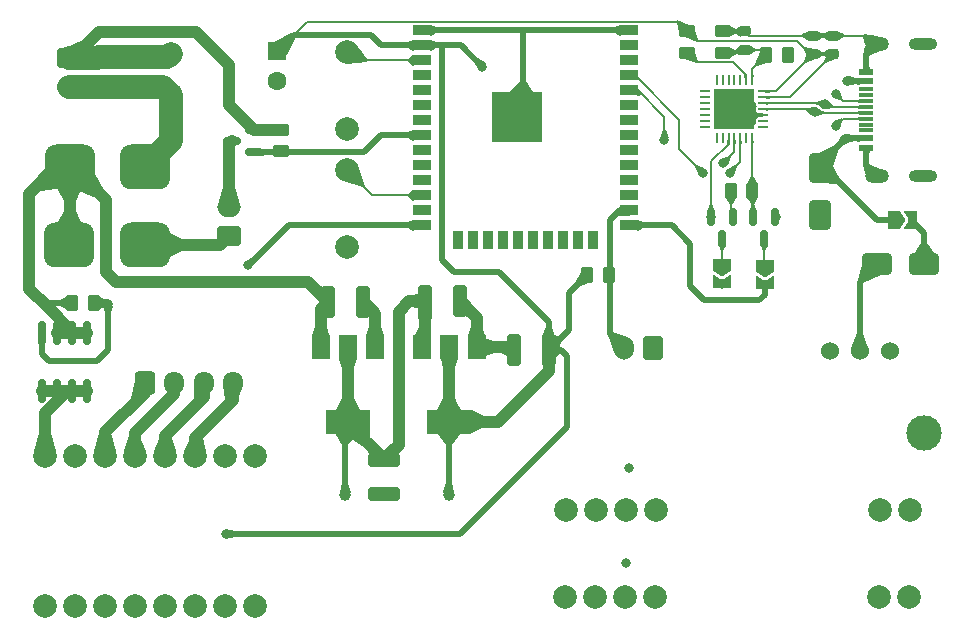
<source format=gbr>
%TF.GenerationSoftware,KiCad,Pcbnew,7.0.8-7.0.8~ubuntu22.04.1*%
%TF.CreationDate,2023-11-01T15:39:22+03:00*%
%TF.ProjectId,main-module,6d61696e-2d6d-46f6-9475-6c652e6b6963,rev?*%
%TF.SameCoordinates,Original*%
%TF.FileFunction,Copper,L1,Top*%
%TF.FilePolarity,Positive*%
%FSLAX46Y46*%
G04 Gerber Fmt 4.6, Leading zero omitted, Abs format (unit mm)*
G04 Created by KiCad (PCBNEW 7.0.8-7.0.8~ubuntu22.04.1) date 2023-11-01 15:39:22*
%MOMM*%
%LPD*%
G01*
G04 APERTURE LIST*
G04 Aperture macros list*
%AMRoundRect*
0 Rectangle with rounded corners*
0 $1 Rounding radius*
0 $2 $3 $4 $5 $6 $7 $8 $9 X,Y pos of 4 corners*
0 Add a 4 corners polygon primitive as box body*
4,1,4,$2,$3,$4,$5,$6,$7,$8,$9,$2,$3,0*
0 Add four circle primitives for the rounded corners*
1,1,$1+$1,$2,$3*
1,1,$1+$1,$4,$5*
1,1,$1+$1,$6,$7*
1,1,$1+$1,$8,$9*
0 Add four rect primitives between the rounded corners*
20,1,$1+$1,$2,$3,$4,$5,0*
20,1,$1+$1,$4,$5,$6,$7,0*
20,1,$1+$1,$6,$7,$8,$9,0*
20,1,$1+$1,$8,$9,$2,$3,0*%
%AMFreePoly0*
4,1,6,1.000000,0.000000,0.500000,-0.750000,-0.500000,-0.750000,-0.500000,0.750000,0.500000,0.750000,1.000000,0.000000,1.000000,0.000000,$1*%
%AMFreePoly1*
4,1,6,0.500000,-0.750000,-0.650000,-0.750000,-0.150000,0.000000,-0.650000,0.750000,0.500000,0.750000,0.500000,-0.750000,0.500000,-0.750000,$1*%
G04 Aperture macros list end*
%TA.AperFunction,SMDPad,CuDef*%
%ADD10RoundRect,0.250000X0.450000X-0.262500X0.450000X0.262500X-0.450000X0.262500X-0.450000X-0.262500X0*%
%TD*%
%TA.AperFunction,SMDPad,CuDef*%
%ADD11RoundRect,0.250000X1.100000X-0.325000X1.100000X0.325000X-1.100000X0.325000X-1.100000X-0.325000X0*%
%TD*%
%TA.AperFunction,ComponentPad*%
%ADD12C,2.000000*%
%TD*%
%TA.AperFunction,SMDPad,CuDef*%
%ADD13R,1.500000X2.000000*%
%TD*%
%TA.AperFunction,SMDPad,CuDef*%
%ADD14R,3.800000X2.000000*%
%TD*%
%TA.AperFunction,SMDPad,CuDef*%
%ADD15RoundRect,0.250000X-0.262500X-0.450000X0.262500X-0.450000X0.262500X0.450000X-0.262500X0.450000X0*%
%TD*%
%TA.AperFunction,ComponentPad*%
%ADD16RoundRect,0.250000X-0.750000X0.600000X-0.750000X-0.600000X0.750000X-0.600000X0.750000X0.600000X0*%
%TD*%
%TA.AperFunction,ComponentPad*%
%ADD17O,2.000000X1.700000*%
%TD*%
%TA.AperFunction,SMDPad,CuDef*%
%ADD18RoundRect,0.250000X0.262500X0.450000X-0.262500X0.450000X-0.262500X-0.450000X0.262500X-0.450000X0*%
%TD*%
%TA.AperFunction,SMDPad,CuDef*%
%ADD19RoundRect,0.250000X0.325000X1.100000X-0.325000X1.100000X-0.325000X-1.100000X0.325000X-1.100000X0*%
%TD*%
%TA.AperFunction,SMDPad,CuDef*%
%ADD20FreePoly0,0.000000*%
%TD*%
%TA.AperFunction,SMDPad,CuDef*%
%ADD21FreePoly1,0.000000*%
%TD*%
%TA.AperFunction,ComponentPad*%
%ADD22C,1.524000*%
%TD*%
%TA.AperFunction,SMDPad,CuDef*%
%ADD23RoundRect,0.250000X-1.000000X-0.650000X1.000000X-0.650000X1.000000X0.650000X-1.000000X0.650000X0*%
%TD*%
%TA.AperFunction,SMDPad,CuDef*%
%ADD24R,1.160000X0.600000*%
%TD*%
%TA.AperFunction,SMDPad,CuDef*%
%ADD25R,1.160000X0.300000*%
%TD*%
%TA.AperFunction,ComponentPad*%
%ADD26O,2.000000X1.200000*%
%TD*%
%TA.AperFunction,ComponentPad*%
%ADD27O,2.400000X1.000000*%
%TD*%
%TA.AperFunction,ComponentPad*%
%ADD28RoundRect,0.250000X-0.600000X-0.725000X0.600000X-0.725000X0.600000X0.725000X-0.600000X0.725000X0*%
%TD*%
%TA.AperFunction,ComponentPad*%
%ADD29O,1.700000X1.950000*%
%TD*%
%TA.AperFunction,SMDPad,CuDef*%
%ADD30FreePoly0,270.000000*%
%TD*%
%TA.AperFunction,SMDPad,CuDef*%
%ADD31FreePoly1,270.000000*%
%TD*%
%TA.AperFunction,ComponentPad*%
%ADD32R,1.600000X1.600000*%
%TD*%
%TA.AperFunction,ComponentPad*%
%ADD33C,1.600000*%
%TD*%
%TA.AperFunction,SMDPad,CuDef*%
%ADD34C,2.000000*%
%TD*%
%TA.AperFunction,SMDPad,CuDef*%
%ADD35RoundRect,0.225000X0.250000X-0.225000X0.250000X0.225000X-0.250000X0.225000X-0.250000X-0.225000X0*%
%TD*%
%TA.AperFunction,SMDPad,CuDef*%
%ADD36RoundRect,0.150000X-0.150000X0.587500X-0.150000X-0.587500X0.150000X-0.587500X0.150000X0.587500X0*%
%TD*%
%TA.AperFunction,ComponentPad*%
%ADD37RoundRect,0.250000X0.750000X-0.600000X0.750000X0.600000X-0.750000X0.600000X-0.750000X-0.600000X0*%
%TD*%
%TA.AperFunction,SMDPad,CuDef*%
%ADD38RoundRect,0.062500X0.337500X0.062500X-0.337500X0.062500X-0.337500X-0.062500X0.337500X-0.062500X0*%
%TD*%
%TA.AperFunction,SMDPad,CuDef*%
%ADD39RoundRect,0.062500X0.062500X0.337500X-0.062500X0.337500X-0.062500X-0.337500X0.062500X-0.337500X0*%
%TD*%
%TA.AperFunction,SMDPad,CuDef*%
%ADD40R,3.350000X3.350000*%
%TD*%
%TA.AperFunction,SMDPad,CuDef*%
%ADD41RoundRect,0.952500X-1.167500X-0.952500X1.167500X-0.952500X1.167500X0.952500X-1.167500X0.952500X0*%
%TD*%
%TA.AperFunction,SMDPad,CuDef*%
%ADD42RoundRect,0.952500X1.167500X0.952500X-1.167500X0.952500X-1.167500X-0.952500X1.167500X-0.952500X0*%
%TD*%
%TA.AperFunction,SMDPad,CuDef*%
%ADD43RoundRect,0.250000X-0.325000X-1.100000X0.325000X-1.100000X0.325000X1.100000X-0.325000X1.100000X0*%
%TD*%
%TA.AperFunction,ComponentPad*%
%ADD44C,3.000000*%
%TD*%
%TA.AperFunction,SMDPad,CuDef*%
%ADD45C,1.000000*%
%TD*%
%TA.AperFunction,SMDPad,CuDef*%
%ADD46RoundRect,0.150000X-0.150000X0.825000X-0.150000X-0.825000X0.150000X-0.825000X0.150000X0.825000X0*%
%TD*%
%TA.AperFunction,SMDPad,CuDef*%
%ADD47RoundRect,0.250000X0.650000X-1.000000X0.650000X1.000000X-0.650000X1.000000X-0.650000X-1.000000X0*%
%TD*%
%TA.AperFunction,SMDPad,CuDef*%
%ADD48RoundRect,0.150000X0.587500X0.150000X-0.587500X0.150000X-0.587500X-0.150000X0.587500X-0.150000X0*%
%TD*%
%TA.AperFunction,ComponentPad*%
%ADD49RoundRect,0.250000X0.600000X0.750000X-0.600000X0.750000X-0.600000X-0.750000X0.600000X-0.750000X0*%
%TD*%
%TA.AperFunction,ComponentPad*%
%ADD50O,1.700000X2.000000*%
%TD*%
%TA.AperFunction,SMDPad,CuDef*%
%ADD51R,1.500000X0.900000*%
%TD*%
%TA.AperFunction,SMDPad,CuDef*%
%ADD52R,0.900000X1.500000*%
%TD*%
%TA.AperFunction,SMDPad,CuDef*%
%ADD53R,1.050000X1.050000*%
%TD*%
%TA.AperFunction,HeatsinkPad*%
%ADD54C,0.600000*%
%TD*%
%TA.AperFunction,SMDPad,CuDef*%
%ADD55R,4.200000X4.200000*%
%TD*%
%TA.AperFunction,ViaPad*%
%ADD56C,0.800000*%
%TD*%
%TA.AperFunction,Conductor*%
%ADD57C,2.000000*%
%TD*%
%TA.AperFunction,Conductor*%
%ADD58C,0.200000*%
%TD*%
%TA.AperFunction,Conductor*%
%ADD59C,1.000000*%
%TD*%
%TA.AperFunction,Conductor*%
%ADD60C,0.500000*%
%TD*%
G04 APERTURE END LIST*
%TA.AperFunction,EtchedComponent*%
%TO.C,NT1*%
G36*
X53035000Y-46200000D02*
G01*
X49035000Y-46200000D01*
X49035000Y-44200000D01*
X53035000Y-44200000D01*
X53035000Y-46200000D01*
G37*
%TD.AperFunction*%
%TD*%
D10*
%TO.P,R5,1*%
%TO.N,Net-(U1-~{RST})*%
X98935000Y-44812500D03*
%TO.P,R5,2*%
%TO.N,+3V3*%
X98935000Y-42987500D03*
%TD*%
D11*
%TO.P,C11,1*%
%TO.N,GNDA*%
X73250000Y-82225000D03*
%TO.P,C11,2*%
%TO.N,+5V*%
X73250000Y-79275000D03*
%TD*%
D12*
%TO.P,U13,1,ENABLE#*%
%TO.N,/M_ENABLE#*%
X44560000Y-91675000D03*
%TO.P,U13,2,MS1*%
%TO.N,GNDA*%
X47100000Y-91675000D03*
%TO.P,U13,3,MS2*%
X49640000Y-91675000D03*
%TO.P,U13,4,PDN/UART1*%
%TO.N,unconnected-(U13-PDN{slash}UART1-Pad4)*%
X52180000Y-91675000D03*
%TO.P,U13,5,PDN/UART2*%
%TO.N,unconnected-(U13-PDN{slash}UART2-Pad5)*%
X54720000Y-91675000D03*
%TO.P,U13,6,EXTERNAL_CLK*%
%TO.N,unconnected-(U13-EXTERNAL_CLK-Pad6)*%
X57260000Y-91675000D03*
%TO.P,U13,7,STEP*%
%TO.N,/M_STEP*%
X59800000Y-91675000D03*
%TO.P,U13,8,DIR*%
%TO.N,/M_DIR*%
X62340000Y-91675000D03*
%TO.P,U13,9,VM*%
%TO.N,VD*%
X44560000Y-78975000D03*
%TO.P,U13,10,GND*%
%TO.N,GNDPWR*%
X47100000Y-78975000D03*
%TO.P,U13,11,M1B*%
%TO.N,Net-(J6-Pin_1)*%
X49640000Y-78975000D03*
%TO.P,U13,12,M1A*%
%TO.N,Net-(J6-Pin_2)*%
X52180000Y-78975000D03*
%TO.P,U13,13,M2A*%
%TO.N,Net-(J6-Pin_3)*%
X54720000Y-78975000D03*
%TO.P,U13,14,M2B*%
%TO.N,Net-(J6-Pin_4)*%
X57260000Y-78975000D03*
%TO.P,U13,15,VIO*%
%TO.N,+3V3*%
X59800000Y-78975000D03*
%TO.P,U13,16,GND*%
%TO.N,GNDPWR*%
X62340000Y-78975000D03*
%TD*%
D13*
%TO.P,U3,1,GND*%
%TO.N,GNDA*%
X72500000Y-69750000D03*
%TO.P,U3,2,VO*%
%TO.N,+5V*%
X70200000Y-69750000D03*
D14*
X70200000Y-76050000D03*
D13*
%TO.P,U3,3,VI*%
%TO.N,+7.5V*%
X67900000Y-69750000D03*
%TD*%
D15*
%TO.P,R4,1*%
%TO.N,+7.5V*%
X46887500Y-66000000D03*
%TO.P,R4,2*%
%TO.N,Net-(Q1-D)*%
X48712500Y-66000000D03*
%TD*%
D16*
%TO.P,J1,1,Pin_1*%
%TO.N,GNDPWR*%
X46560000Y-45250000D03*
D17*
%TO.P,J1,2,Pin_2*%
%TO.N,/7.5V_BEFORE_FUSE*%
X46560000Y-47750000D03*
%TD*%
D18*
%TO.P,R1,1*%
%TO.N,VBUS*%
X107447500Y-45000000D03*
%TO.P,R1,2*%
%TO.N,Net-(U1-VBUS)*%
X105622500Y-45000000D03*
%TD*%
D15*
%TO.P,R18,1*%
%TO.N,+3V3*%
X90487500Y-63600000D03*
%TO.P,R18,2*%
%TO.N,/LIMIT_SWITCH*%
X92312500Y-63600000D03*
%TD*%
D19*
%TO.P,C9,1*%
%TO.N,GNDA*%
X71475000Y-65900000D03*
%TO.P,C9,2*%
%TO.N,+7.5V*%
X68525000Y-65900000D03*
%TD*%
D20*
%TO.P,JP1,1,A*%
%TO.N,VBUS*%
X116475000Y-59000000D03*
D21*
%TO.P,JP1,2,B*%
%TO.N,Net-(D2-A)*%
X117925000Y-59000000D03*
%TD*%
D10*
%TO.P,R9,1*%
%TO.N,/CHARGER_ENABLE*%
X64572500Y-53162500D03*
%TO.P,R9,2*%
%TO.N,GNDPWR*%
X64572500Y-51337500D03*
%TD*%
D22*
%TO.P,U7,2,DATA*%
%TO.N,/FM_OUT_433*%
X110995000Y-70100000D03*
%TO.P,U7,3,VCC*%
%TO.N,+5V*%
X113535000Y-70100000D03*
%TO.P,U7,4,GND*%
%TO.N,GNDA*%
X116075000Y-70100000D03*
%TD*%
D23*
%TO.P,D2,1,K*%
%TO.N,+5V*%
X115000000Y-62750000D03*
%TO.P,D2,2,A*%
%TO.N,Net-(D2-A)*%
X119000000Y-62750000D03*
%TD*%
D24*
%TO.P,J2,A1,GND*%
%TO.N,GNDA*%
X114090000Y-52850000D03*
%TO.P,J2,A4,VBUS*%
%TO.N,VBUS*%
X114090000Y-52050000D03*
D25*
%TO.P,J2,A5,CC1*%
%TO.N,unconnected-(J2-CC1-PadA5)*%
X114090000Y-50900000D03*
%TO.P,J2,A6,D+*%
%TO.N,/D+*%
X114090000Y-49900000D03*
%TO.P,J2,A7,D-*%
%TO.N,/D-*%
X114090000Y-49400000D03*
%TO.P,J2,A8,SBU1*%
%TO.N,unconnected-(J2-SBU1-PadA8)*%
X114090000Y-48400000D03*
D24*
%TO.P,J2,A9,VBUS*%
%TO.N,VBUS*%
X114090000Y-47250000D03*
%TO.P,J2,A12,GND*%
%TO.N,GNDA*%
X114090000Y-46450000D03*
%TO.P,J2,B1,GND*%
X114090000Y-46450000D03*
%TO.P,J2,B4,VBUS*%
%TO.N,VBUS*%
X114090000Y-47250000D03*
D25*
%TO.P,J2,B5,CC2*%
%TO.N,unconnected-(J2-CC2-PadB5)*%
X114090000Y-47900000D03*
%TO.P,J2,B6,D+*%
%TO.N,/D+*%
X114090000Y-48900000D03*
%TO.P,J2,B7,D-*%
%TO.N,/D-*%
X114090000Y-50400000D03*
%TO.P,J2,B8,SBU2*%
%TO.N,unconnected-(J2-SBU2-PadB8)*%
X114090000Y-51400000D03*
D24*
%TO.P,J2,B9,VBUS*%
%TO.N,VBUS*%
X114090000Y-52050000D03*
%TO.P,J2,B12,GND*%
%TO.N,GNDA*%
X114090000Y-52850000D03*
D26*
%TO.P,J2,S1,SHIELD*%
X114975000Y-55250000D03*
D27*
X118900000Y-55250000D03*
D26*
X114975000Y-44050000D03*
D27*
X118900000Y-44050000D03*
%TD*%
D28*
%TO.P,J6,1,Pin_1*%
%TO.N,Net-(J6-Pin_1)*%
X53000000Y-72800000D03*
D29*
%TO.P,J6,2,Pin_2*%
%TO.N,Net-(J6-Pin_2)*%
X55500000Y-72800000D03*
%TO.P,J6,3,Pin_3*%
%TO.N,Net-(J6-Pin_3)*%
X58000000Y-72800000D03*
%TO.P,J6,4,Pin_4*%
%TO.N,Net-(J6-Pin_4)*%
X60500000Y-72800000D03*
%TD*%
D12*
%TO.P,SW1,1,1*%
%TO.N,GNDA*%
X70135000Y-51275000D03*
%TO.P,SW1,2,2*%
%TO.N,/ESP32_ENABLE*%
X70135000Y-44775000D03*
%TD*%
D19*
%TO.P,C10,1*%
%TO.N,GNDA*%
X79675000Y-65850000D03*
%TO.P,C10,2*%
%TO.N,+5V*%
X76725000Y-65850000D03*
%TD*%
D18*
%TO.P,R7,1*%
%TO.N,Net-(Q3-E)*%
X104462500Y-56500000D03*
%TO.P,R7,2*%
%TO.N,Net-(Q4-B)*%
X102637500Y-56500000D03*
%TD*%
D30*
%TO.P,JP3,1,A*%
%TO.N,Net-(JP3-A)*%
X101900000Y-62775000D03*
D31*
%TO.P,JP3,2,B*%
%TO.N,/ESP32_ENABLE*%
X101900000Y-64225000D03*
%TD*%
D32*
%TO.P,C17,1*%
%TO.N,+3V3*%
X64235000Y-44700000D03*
D33*
%TO.P,C17,2*%
%TO.N,GNDA*%
X64235000Y-47200000D03*
%TD*%
D34*
%TO.P,NT1,1,1*%
%TO.N,GNDPWR*%
X49035000Y-45200000D03*
%TO.P,NT1,2,2*%
%TO.N,GNDA*%
X53035000Y-45200000D03*
%TD*%
D30*
%TO.P,JP2,1,A*%
%TO.N,Net-(JP2-A)*%
X105500000Y-62875000D03*
D31*
%TO.P,JP2,2,B*%
%TO.N,/ESP32_FLUSH*%
X105500000Y-64325000D03*
%TD*%
D35*
%TO.P,C3,1*%
%TO.N,Net-(U1-VBUS)*%
X103835000Y-44575000D03*
%TO.P,C3,2*%
%TO.N,GNDA*%
X103835000Y-43025000D03*
%TD*%
D32*
%TO.P,C4,1*%
%TO.N,/7.5V_BEFORE_FUSE*%
X55235000Y-48400000D03*
D33*
%TO.P,C4,2*%
%TO.N,GNDA*%
X55235000Y-44900000D03*
%TD*%
D36*
%TO.P,Q4,1,B*%
%TO.N,Net-(Q4-B)*%
X102850000Y-58700000D03*
%TO.P,Q4,2,E*%
%TO.N,Net-(Q4-E)*%
X100950000Y-58700000D03*
%TO.P,Q4,3,C*%
%TO.N,Net-(JP3-A)*%
X101900000Y-60575000D03*
%TD*%
D37*
%TO.P,J3,1,Pin_1*%
%TO.N,Net-(J3-Pin_1)*%
X60110000Y-60350000D03*
D17*
%TO.P,J3,2,Pin_2*%
%TO.N,Net-(J3-Pin_2)*%
X60110000Y-57850000D03*
%TD*%
D38*
%TO.P,U1,1,~{DCD}*%
%TO.N,unconnected-(U1-~{DCD}-Pad1)*%
X105385000Y-51100000D03*
%TO.P,U1,2,~{RI}/CLK*%
%TO.N,unconnected-(U1-~{RI}{slash}CLK-Pad2)*%
X105385000Y-50600000D03*
%TO.P,U1,3,GND*%
%TO.N,GNDA*%
X105385000Y-50100000D03*
%TO.P,U1,4,D+*%
%TO.N,/D+*%
X105385000Y-49600000D03*
%TO.P,U1,5,D-*%
%TO.N,/D-*%
X105385000Y-49100000D03*
%TO.P,U1,6,VDD*%
%TO.N,+3V3*%
X105385000Y-48600000D03*
%TO.P,U1,7,VREGIN*%
X105385000Y-48100000D03*
D39*
%TO.P,U1,8,VBUS*%
%TO.N,Net-(U1-VBUS)*%
X104435000Y-47150000D03*
%TO.P,U1,9,~{RST}*%
%TO.N,Net-(U1-~{RST})*%
X103935000Y-47150000D03*
%TO.P,U1,10,NC*%
%TO.N,unconnected-(U1-NC-Pad10)*%
X103435000Y-47150000D03*
%TO.P,U1,11,~{SUSPEND}*%
%TO.N,unconnected-(U1-~{SUSPEND}-Pad11)*%
X102935000Y-47150000D03*
%TO.P,U1,12,SUSPEND*%
%TO.N,unconnected-(U1-SUSPEND-Pad12)*%
X102435000Y-47150000D03*
%TO.P,U1,13,CHREN*%
%TO.N,unconnected-(U1-CHREN-Pad13)*%
X101935000Y-47150000D03*
%TO.P,U1,14,CHR1*%
%TO.N,unconnected-(U1-CHR1-Pad14)*%
X101435000Y-47150000D03*
D38*
%TO.P,U1,15,CHR0*%
%TO.N,unconnected-(U1-CHR0-Pad15)*%
X100485000Y-48100000D03*
%TO.P,U1,16,~{WAKEUP}/GPIO.3*%
%TO.N,unconnected-(U1-~{WAKEUP}{slash}GPIO.3-Pad16)*%
X100485000Y-48600000D03*
%TO.P,U1,17,RS485/GPIO.2*%
%TO.N,unconnected-(U1-RS485{slash}GPIO.2-Pad17)*%
X100485000Y-49100000D03*
%TO.P,U1,18,~{RXT}/GPIO.1*%
%TO.N,unconnected-(U1-~{RXT}{slash}GPIO.1-Pad18)*%
X100485000Y-49600000D03*
%TO.P,U1,19,~{TXT}/GPIO.0*%
%TO.N,unconnected-(U1-~{TXT}{slash}GPIO.0-Pad19)*%
X100485000Y-50100000D03*
%TO.P,U1,20,GPIO.6*%
%TO.N,unconnected-(U1-GPIO.6-Pad20)*%
X100485000Y-50600000D03*
%TO.P,U1,21,GPIO.5*%
%TO.N,unconnected-(U1-GPIO.5-Pad21)*%
X100485000Y-51100000D03*
D39*
%TO.P,U1,22,GPIO.4*%
%TO.N,unconnected-(U1-GPIO.4-Pad22)*%
X101435000Y-52050000D03*
%TO.P,U1,23,~{CTS}*%
%TO.N,unconnected-(U1-~{CTS}-Pad23)*%
X101935000Y-52050000D03*
%TO.P,U1,24,~{RTS}*%
%TO.N,Net-(Q4-E)*%
X102435000Y-52050000D03*
%TO.P,U1,25,RXD*%
%TO.N,/TXD_3V3*%
X102935000Y-52050000D03*
%TO.P,U1,26,TXD*%
%TO.N,/RXD_3V3*%
X103435000Y-52050000D03*
%TO.P,U1,27,~{DSR}*%
%TO.N,unconnected-(U1-~{DSR}-Pad27)*%
X103935000Y-52050000D03*
%TO.P,U1,28,~{DTR}*%
%TO.N,Net-(Q3-E)*%
X104435000Y-52050000D03*
D40*
%TO.P,U1,29,GND*%
%TO.N,GNDA*%
X102935000Y-49600000D03*
%TD*%
D41*
%TO.P,F2,1*%
%TO.N,+7.5V*%
X46610000Y-61100000D03*
%TO.P,F2,2*%
%TO.N,Net-(J3-Pin_1)*%
X53020000Y-61100000D03*
%TD*%
D12*
%TO.P,U6,1,ANT*%
%TO.N,unconnected-(U6-ANT-Pad1)*%
X117800000Y-83500000D03*
%TO.P,U6,2,GND*%
%TO.N,GNDA*%
X115260000Y-83500000D03*
%TO.P,U6,3,VCC*%
%TO.N,+5V*%
X96300000Y-83500000D03*
%TO.P,U6,4,CS*%
X93760000Y-83500000D03*
%TO.P,U6,5,DATA*%
%TO.N,/FM_IN_5V_433*%
X91220000Y-83500000D03*
%TO.P,U6,6,GND*%
%TO.N,GNDA*%
X88680000Y-83500000D03*
%TD*%
D42*
%TO.P,F1,1*%
%TO.N,/7.5V_BEFORE_FUSE*%
X53060000Y-54500000D03*
%TO.P,F1,2*%
%TO.N,+7.5V*%
X46650000Y-54500000D03*
%TD*%
D43*
%TO.P,C12,1*%
%TO.N,GNDA*%
X84275000Y-70000000D03*
%TO.P,C12,2*%
%TO.N,+3V3*%
X87225000Y-70000000D03*
%TD*%
D12*
%TO.P,SW2,1,1*%
%TO.N,/CHARGER_START_BUTTON*%
X70135000Y-54750000D03*
%TO.P,SW2,2,2*%
%TO.N,GNDA*%
X70135000Y-61250000D03*
%TD*%
D44*
%TO.P,TP1,1,1*%
%TO.N,GNDA*%
X119000000Y-77000000D03*
%TD*%
D12*
%TO.P,U10,1,ANT*%
%TO.N,unconnected-(U10-ANT-Pad1)*%
X117735000Y-90900000D03*
%TO.P,U10,2,GND*%
%TO.N,GNDA*%
X115195000Y-90900000D03*
%TO.P,U10,3,VCC*%
%TO.N,+5V*%
X96235000Y-90900000D03*
%TO.P,U10,4,CS*%
X93695000Y-90900000D03*
%TO.P,U10,5,DATA*%
%TO.N,/FM_IN_5V_315*%
X91155000Y-90900000D03*
%TO.P,U10,6,GND*%
%TO.N,GNDA*%
X88615000Y-90900000D03*
%TD*%
D35*
%TO.P,C5,1*%
%TO.N,+3V3*%
X109600000Y-44925000D03*
%TO.P,C5,2*%
%TO.N,GNDA*%
X109600000Y-43375000D03*
%TD*%
D45*
%TO.P,TP2,1,1*%
%TO.N,+5V*%
X70000000Y-82250000D03*
%TD*%
D46*
%TO.P,Q2,1,S*%
%TO.N,+7.5V*%
X48105000Y-68525000D03*
%TO.P,Q2,2,S*%
X46835000Y-68525000D03*
%TO.P,Q2,3,S*%
X45565000Y-68525000D03*
%TO.P,Q2,4,G*%
%TO.N,Net-(Q1-D)*%
X44295000Y-68525000D03*
%TO.P,Q2,5,D*%
%TO.N,VD*%
X44295000Y-73475000D03*
%TO.P,Q2,6,D*%
X45565000Y-73475000D03*
%TO.P,Q2,7,D*%
X46835000Y-73475000D03*
%TO.P,Q2,8,D*%
X48105000Y-73475000D03*
%TD*%
D35*
%TO.P,C6,1*%
%TO.N,+3V3*%
X111300000Y-44925000D03*
%TO.P,C6,2*%
%TO.N,GNDA*%
X111300000Y-43375000D03*
%TD*%
D47*
%TO.P,D1,1,A1*%
%TO.N,GNDA*%
X110200000Y-58600000D03*
%TO.P,D1,2,A2*%
%TO.N,VBUS*%
X110200000Y-54600000D03*
%TD*%
D13*
%TO.P,U4,1,GND*%
%TO.N,GNDA*%
X81100000Y-69750000D03*
%TO.P,U4,2,VO*%
%TO.N,+3V3*%
X78800000Y-69750000D03*
D14*
X78800000Y-76050000D03*
D13*
%TO.P,U4,3,VI*%
%TO.N,+5V*%
X76500000Y-69750000D03*
%TD*%
D45*
%TO.P,TP3,1,1*%
%TO.N,+3V3*%
X78750000Y-82250000D03*
%TD*%
D48*
%TO.P,Q6,1,G*%
%TO.N,/CHARGER_ENABLE*%
X62272500Y-53250000D03*
%TO.P,Q6,2,S*%
%TO.N,GNDPWR*%
X62272500Y-51350000D03*
%TO.P,Q6,3,D*%
%TO.N,Net-(J3-Pin_2)*%
X60397500Y-52300000D03*
%TD*%
D49*
%TO.P,J5,1,Pin_1*%
%TO.N,GNDA*%
X96050000Y-69800000D03*
D50*
%TO.P,J5,2,Pin_2*%
%TO.N,/LIMIT_SWITCH*%
X93550000Y-69800000D03*
%TD*%
D51*
%TO.P,U8,1,GND*%
%TO.N,GNDA*%
X76492500Y-42935000D03*
%TO.P,U8,2,VDD*%
%TO.N,+3V3*%
X76492500Y-44205000D03*
%TO.P,U8,3,EN*%
%TO.N,/ESP32_ENABLE*%
X76492500Y-45475000D03*
%TO.P,U8,4,SENSOR_VP*%
%TO.N,unconnected-(U8-SENSOR_VP-Pad4)*%
X76492500Y-46745000D03*
%TO.P,U8,5,SENSOR_VN*%
%TO.N,unconnected-(U8-SENSOR_VN-Pad5)*%
X76492500Y-48015000D03*
%TO.P,U8,6,IO34*%
%TO.N,unconnected-(U8-IO34-Pad6)*%
X76492500Y-49285000D03*
%TO.P,U8,7,IO35*%
%TO.N,unconnected-(U8-IO35-Pad7)*%
X76492500Y-50555000D03*
%TO.P,U8,8,IO32*%
%TO.N,/CHARGER_ENABLE*%
X76492500Y-51825000D03*
%TO.P,U8,9,IO33*%
%TO.N,unconnected-(U8-IO33-Pad9)*%
X76492500Y-53095000D03*
%TO.P,U8,10,IO25*%
%TO.N,unconnected-(U8-IO25-Pad10)*%
X76492500Y-54365000D03*
%TO.P,U8,11,IO26*%
%TO.N,unconnected-(U8-IO26-Pad11)*%
X76492500Y-55635000D03*
%TO.P,U8,12,IO27*%
%TO.N,/CHARGER_START_BUTTON*%
X76492500Y-56905000D03*
%TO.P,U8,13,IO14*%
%TO.N,unconnected-(U8-IO14-Pad13)*%
X76492500Y-58175000D03*
%TO.P,U8,14,IO12*%
%TO.N,/VM_ENABLE*%
X76492500Y-59445000D03*
D52*
%TO.P,U8,15,GND*%
%TO.N,GNDA*%
X79532500Y-60695000D03*
%TO.P,U8,16,IO13*%
%TO.N,unconnected-(U8-IO13-Pad16)*%
X80802500Y-60695000D03*
%TO.P,U8,17,SHD/SD2*%
%TO.N,unconnected-(U8-SHD{slash}SD2-Pad17)*%
X82072500Y-60695000D03*
%TO.P,U8,18,SWP/SD3*%
%TO.N,unconnected-(U8-SWP{slash}SD3-Pad18)*%
X83342500Y-60695000D03*
%TO.P,U8,19,SCS/CMD*%
%TO.N,unconnected-(U8-SCS{slash}CMD-Pad19)*%
X84612500Y-60695000D03*
%TO.P,U8,20,SCK/CLK*%
%TO.N,unconnected-(U8-SCK{slash}CLK-Pad20)*%
X85882500Y-60695000D03*
%TO.P,U8,21,SDO/SD0*%
%TO.N,unconnected-(U8-SDO{slash}SD0-Pad21)*%
X87152500Y-60695000D03*
%TO.P,U8,22,SDI/SD1*%
%TO.N,unconnected-(U8-SDI{slash}SD1-Pad22)*%
X88422500Y-60695000D03*
%TO.P,U8,23,IO15*%
%TO.N,unconnected-(U8-IO15-Pad23)*%
X89692500Y-60695000D03*
%TO.P,U8,24,IO2*%
%TO.N,/M_ENABLE#*%
X90962500Y-60695000D03*
D51*
%TO.P,U8,25,IO0*%
%TO.N,/ESP32_FLUSH*%
X93992500Y-59445000D03*
%TO.P,U8,26,IO4*%
%TO.N,/LIMIT_SWITCH*%
X93992500Y-58175000D03*
%TO.P,U8,27,IO16*%
%TO.N,/M_DIR*%
X93992500Y-56905000D03*
%TO.P,U8,28,IO17*%
%TO.N,/M_STEP*%
X93992500Y-55635000D03*
%TO.P,U8,29,IO5*%
%TO.N,/FM_IN_433*%
X93992500Y-54365000D03*
%TO.P,U8,30,IO18*%
%TO.N,unconnected-(U8-IO18-Pad30)*%
X93992500Y-53095000D03*
%TO.P,U8,31,IO19*%
%TO.N,unconnected-(U8-IO19-Pad31)*%
X93992500Y-51825000D03*
%TO.P,U8,32,NC*%
%TO.N,unconnected-(U8-NC-Pad32)*%
X93992500Y-50555000D03*
%TO.P,U8,33,IO21*%
%TO.N,/FM_IN_315*%
X93992500Y-49285000D03*
%TO.P,U8,34,RXD0/IO3*%
%TO.N,/TXD_3V3*%
X93992500Y-48015000D03*
%TO.P,U8,35,TXD0/IO1*%
%TO.N,/RXD_3V3*%
X93992500Y-46745000D03*
%TO.P,U8,36,IO22*%
%TO.N,/FM_OUT_433*%
X93992500Y-45475000D03*
%TO.P,U8,37,IO23*%
%TO.N,unconnected-(U8-IO23-Pad37)*%
X93992500Y-44205000D03*
%TO.P,U8,38,GND*%
%TO.N,GNDA*%
X93992500Y-42935000D03*
D53*
%TO.P,U8,39,GND*%
X83037500Y-48750000D03*
D54*
X83037500Y-49512500D03*
D53*
X83037500Y-50275000D03*
D54*
X83037500Y-51037500D03*
D53*
X83037500Y-51800000D03*
D54*
X83800000Y-48750000D03*
X83800000Y-50275000D03*
X83800000Y-51800000D03*
D53*
X84562500Y-48750000D03*
D54*
X84562500Y-49512500D03*
D53*
X84562500Y-50275000D03*
D55*
X84562500Y-50275000D03*
D54*
X84562500Y-51037500D03*
D53*
X84562500Y-51800000D03*
D54*
X85325000Y-48750000D03*
X85325000Y-50275000D03*
X85325000Y-51800000D03*
D53*
X86087500Y-48750000D03*
D54*
X86087500Y-49512500D03*
D53*
X86087500Y-50275000D03*
D54*
X86087500Y-51037500D03*
D53*
X86087500Y-51800000D03*
%TD*%
D36*
%TO.P,Q3,1,B*%
%TO.N,Net-(Q3-B)*%
X106400000Y-58700000D03*
%TO.P,Q3,2,E*%
%TO.N,Net-(Q3-E)*%
X104500000Y-58700000D03*
%TO.P,Q3,3,C*%
%TO.N,Net-(JP2-A)*%
X105450000Y-60575000D03*
%TD*%
D10*
%TO.P,R2,1*%
%TO.N,Net-(U1-VBUS)*%
X101935000Y-44812500D03*
%TO.P,R2,2*%
%TO.N,GNDA*%
X101935000Y-42987500D03*
%TD*%
D56*
%TO.N,GNDA*%
X110200000Y-58600000D03*
X73250000Y-82250000D03*
X81000000Y-69750000D03*
X103035000Y-49600000D03*
X72500000Y-69750000D03*
X79532500Y-60695000D03*
%TO.N,+3V3*%
X81600000Y-46000000D03*
X59875000Y-85575000D03*
%TO.N,+5V*%
X115000000Y-62750000D03*
X73250000Y-79250000D03*
%TO.N,/ESP32_ENABLE*%
X101900000Y-64400000D03*
%TO.N,VBUS*%
X112435000Y-47200000D03*
X112335000Y-52100000D03*
X107435000Y-45000000D03*
%TO.N,/D+*%
X111535000Y-48300000D03*
X109735000Y-49800000D03*
%TO.N,/D-*%
X111535000Y-51000000D03*
X110635000Y-49200000D03*
%TO.N,/VM_ENABLE*%
X61735000Y-62800000D03*
%TO.N,Net-(Q1-D)*%
X49935000Y-66100000D03*
%TO.N,Net-(Q3-B)*%
X106450000Y-58750000D03*
%TO.N,Net-(Q4-E)*%
X100950000Y-58750000D03*
%TO.N,/FM_IN_433*%
X94000000Y-80000000D03*
X93992500Y-54365000D03*
%TO.N,/FM_IN_315*%
X93992500Y-49285000D03*
X93735000Y-88000000D03*
%TO.N,/TXD_3V3*%
X101979378Y-54169163D03*
X97000000Y-52200000D03*
%TO.N,/RXD_3V3*%
X102535000Y-55000000D03*
X100250000Y-55000000D03*
%TO.N,/FM_OUT_433*%
X93992500Y-45475000D03*
%TO.N,/M_DIR*%
X93992500Y-56905000D03*
%TO.N,/M_STEP*%
X93992500Y-55635000D03*
%TO.N,/M_ENABLE#*%
X90962500Y-60695000D03*
%TD*%
D57*
%TO.N,/7.5V_BEFORE_FUSE*%
X54585000Y-47750000D02*
X55235000Y-48400000D01*
X55235000Y-48400000D02*
X55235000Y-52325000D01*
X46560000Y-47750000D02*
X54585000Y-47750000D01*
X55235000Y-52325000D02*
X53060000Y-54500000D01*
D58*
%TO.N,GNDA*%
X111300000Y-43375000D02*
X114300000Y-43375000D01*
X104185000Y-43375000D02*
X103835000Y-43025000D01*
X114300000Y-43375000D02*
X114975000Y-44050000D01*
D59*
X81100000Y-69750000D02*
X84025000Y-69750000D01*
X72500000Y-69750000D02*
X72500000Y-66925000D01*
D57*
X53035000Y-45200000D02*
X54935000Y-45200000D01*
D59*
X81100000Y-69750000D02*
X81100000Y-67275000D01*
D58*
X103835000Y-43025000D02*
X101972500Y-43025000D01*
D60*
X76492500Y-42935000D02*
X85000000Y-42935000D01*
D59*
X81100000Y-67275000D02*
X79675000Y-65850000D01*
D60*
X85000000Y-42935000D02*
X93992500Y-42935000D01*
X85000000Y-42935000D02*
X85000000Y-50600000D01*
X114090000Y-54365000D02*
X114975000Y-55250000D01*
D58*
X109600000Y-43375000D02*
X111300000Y-43375000D01*
D59*
X72500000Y-66925000D02*
X71475000Y-65900000D01*
D60*
X114090000Y-52850000D02*
X114090000Y-54365000D01*
X114090000Y-44935000D02*
X114975000Y-44050000D01*
D57*
X54935000Y-45200000D02*
X55235000Y-44900000D01*
D58*
X109600000Y-43375000D02*
X104185000Y-43375000D01*
D59*
X84025000Y-69750000D02*
X84275000Y-70000000D01*
D60*
X114090000Y-46450000D02*
X114090000Y-44935000D01*
D58*
X105385000Y-50100000D02*
X103435000Y-50100000D01*
%TO.N,Net-(U1-VBUS)*%
X103835000Y-44575000D02*
X105197500Y-44575000D01*
X104435000Y-46187500D02*
X105622500Y-45000000D01*
X104435000Y-46200000D02*
X104435000Y-46187500D01*
X104435000Y-47150000D02*
X104435000Y-46200000D01*
X105197500Y-44575000D02*
X105622500Y-45000000D01*
X101935000Y-44812500D02*
X103597500Y-44812500D01*
%TO.N,+3V3*%
X111300000Y-44925000D02*
X109600000Y-44925000D01*
D60*
X73040000Y-44205000D02*
X76492500Y-44205000D01*
D58*
X108235000Y-43800000D02*
X109360000Y-44925000D01*
D59*
X87225000Y-71750000D02*
X87225000Y-70000000D01*
D60*
X72160000Y-43325000D02*
X73040000Y-44205000D01*
X88250000Y-70000000D02*
X87225000Y-70000000D01*
X79675000Y-85575000D02*
X88750000Y-76500000D01*
X83000000Y-63400000D02*
X87225000Y-67625000D01*
D58*
X99747500Y-43800000D02*
X108235000Y-43800000D01*
D60*
X64235000Y-44700000D02*
X65610000Y-43325000D01*
X90487500Y-63600000D02*
X88887500Y-65200000D01*
D59*
X82925000Y-76050000D02*
X87225000Y-71750000D01*
D58*
X98132500Y-42185000D02*
X66750000Y-42185000D01*
D60*
X88750000Y-76500000D02*
X88750000Y-70500000D01*
X78200000Y-44205000D02*
X78200000Y-62400000D01*
D58*
X107625000Y-48600000D02*
X111300000Y-44925000D01*
D60*
X59875000Y-85575000D02*
X79675000Y-85575000D01*
D58*
X105385000Y-48600000D02*
X107625000Y-48600000D01*
X106425000Y-48100000D02*
X109600000Y-44925000D01*
D60*
X79805000Y-44205000D02*
X81600000Y-46000000D01*
X65610000Y-43325000D02*
X72160000Y-43325000D01*
X76492500Y-44205000D02*
X78200000Y-44205000D01*
D58*
X105385000Y-48100000D02*
X106425000Y-48100000D01*
X98935000Y-42987500D02*
X98132500Y-42185000D01*
D59*
X78800000Y-76050000D02*
X82925000Y-76050000D01*
X78750000Y-76250000D02*
X78750000Y-69800000D01*
D60*
X79200000Y-63400000D02*
X83000000Y-63400000D01*
X88887500Y-68337500D02*
X87225000Y-70000000D01*
D58*
X98935000Y-42987500D02*
X99747500Y-43800000D01*
D60*
X78200000Y-62400000D02*
X79200000Y-63400000D01*
D58*
X66750000Y-42185000D02*
X65610000Y-43325000D01*
D60*
X88750000Y-70500000D02*
X88250000Y-70000000D01*
X78200000Y-44205000D02*
X79805000Y-44205000D01*
X87225000Y-67625000D02*
X87225000Y-70000000D01*
X78750000Y-82250000D02*
X78750000Y-76100000D01*
X88887500Y-65200000D02*
X88887500Y-68337500D01*
D59*
%TO.N,GNDPWR*%
X64572500Y-51337500D02*
X63035000Y-51337500D01*
D57*
X46560000Y-45250000D02*
X48985000Y-45250000D01*
D59*
X63035000Y-51337500D02*
X62285000Y-51337500D01*
X49145050Y-43100000D02*
X46995050Y-45250000D01*
X62272500Y-51350000D02*
X60135000Y-49212500D01*
X62285000Y-51337500D02*
X62272500Y-51350000D01*
X60135000Y-45900000D02*
X57335000Y-43100000D01*
X57335000Y-43100000D02*
X49145050Y-43100000D01*
D57*
X48985000Y-45250000D02*
X49035000Y-45200000D01*
D59*
X60135000Y-49212500D02*
X60135000Y-45900000D01*
%TO.N,VD*%
X44560000Y-78975000D02*
X44560000Y-75315000D01*
X44295000Y-73475000D02*
X46400000Y-73475000D01*
X44560000Y-75315000D02*
X46400000Y-73475000D01*
X46400000Y-73475000D02*
X48105000Y-73475000D01*
%TO.N,+7.5V*%
X46835000Y-68525000D02*
X45565000Y-68525000D01*
X50535000Y-64200000D02*
X49735000Y-63400000D01*
X45565000Y-68525000D02*
X48105000Y-68525000D01*
D60*
X46887500Y-66000000D02*
X45000000Y-66000000D01*
D59*
X49735000Y-63400000D02*
X49735000Y-57300000D01*
X45500000Y-54500000D02*
X43200000Y-56800000D01*
X46650000Y-54500000D02*
X46650000Y-61060000D01*
X46835000Y-68435000D02*
X46835000Y-68525000D01*
D60*
X45000000Y-66000000D02*
X44700000Y-66300000D01*
D59*
X67900000Y-66525000D02*
X68525000Y-65900000D01*
X44700000Y-66300000D02*
X46835000Y-68435000D01*
X66825000Y-64200000D02*
X68525000Y-65900000D01*
X49735000Y-57300000D02*
X46935000Y-54500000D01*
X43200000Y-56800000D02*
X43200000Y-64800000D01*
X50535000Y-64200000D02*
X66825000Y-64200000D01*
X67900000Y-69750000D02*
X67900000Y-66525000D01*
X43200000Y-64800000D02*
X44700000Y-66300000D01*
%TO.N,+5V*%
X70200000Y-76225000D02*
X73225000Y-79250000D01*
X70200000Y-76050000D02*
X70200000Y-69750000D01*
X73250000Y-79275000D02*
X74500000Y-78025000D01*
X74500000Y-66750000D02*
X75400000Y-65850000D01*
X74500000Y-78025000D02*
X74500000Y-66750000D01*
D60*
X70000000Y-82250000D02*
X70000000Y-76250000D01*
X113535000Y-70100000D02*
X113535000Y-64215000D01*
X113535000Y-64215000D02*
X115000000Y-62750000D01*
D59*
X75400000Y-65850000D02*
X76725000Y-65850000D01*
X76725000Y-65850000D02*
X76725000Y-69525000D01*
%TO.N,Net-(J3-Pin_1)*%
X53020000Y-61100000D02*
X59360000Y-61100000D01*
X59360000Y-61100000D02*
X60110000Y-60350000D01*
%TO.N,Net-(J3-Pin_2)*%
X60110000Y-52587500D02*
X60397500Y-52300000D01*
X60110000Y-57850000D02*
X60110000Y-52587500D01*
D58*
%TO.N,/ESP32_ENABLE*%
X70835000Y-45475000D02*
X70135000Y-44775000D01*
X76492500Y-45475000D02*
X70835000Y-45475000D01*
%TO.N,/CHARGER_START_BUTTON*%
X76492500Y-56905000D02*
X72290000Y-56905000D01*
X72290000Y-56905000D02*
X70135000Y-54750000D01*
D60*
%TO.N,VBUS*%
X112335000Y-52100000D02*
X112335000Y-52200000D01*
X110600000Y-54600000D02*
X115000000Y-59000000D01*
X112585000Y-47250000D02*
X112535000Y-47200000D01*
X112435000Y-47200000D02*
X112435000Y-47100000D01*
X112535000Y-47200000D02*
X112435000Y-47200000D01*
X112435000Y-47100000D02*
X112535000Y-47200000D01*
X114090000Y-52050000D02*
X112485000Y-52050000D01*
X112485000Y-52050000D02*
X112435000Y-52100000D01*
X112435000Y-52100000D02*
X112335000Y-52100000D01*
X112335000Y-52100000D02*
X110200000Y-54235000D01*
X115000000Y-59000000D02*
X116475000Y-59000000D01*
X114090000Y-47250000D02*
X112585000Y-47250000D01*
X112335000Y-52200000D02*
X112435000Y-52100000D01*
D58*
%TO.N,/D+*%
X109735000Y-49800000D02*
X109835000Y-49900000D01*
X109535000Y-49600000D02*
X109735000Y-49800000D01*
X105385000Y-49600000D02*
X109535000Y-49600000D01*
X109835000Y-49900000D02*
X114090000Y-49900000D01*
X112135000Y-48900000D02*
X114090000Y-48900000D01*
X111535000Y-48300000D02*
X112135000Y-48900000D01*
%TO.N,/D-*%
X110535000Y-49200000D02*
X110635000Y-49200000D01*
X110735000Y-49400000D02*
X114090000Y-49400000D01*
X105385000Y-49100000D02*
X110435000Y-49100000D01*
X110635000Y-49200000D02*
X110635000Y-49300000D01*
X110635000Y-49300000D02*
X110735000Y-49400000D01*
X110435000Y-49100000D02*
X110535000Y-49200000D01*
X112135000Y-50400000D02*
X114090000Y-50400000D01*
X111535000Y-51000000D02*
X112135000Y-50400000D01*
D60*
%TO.N,/LIMIT_SWITCH*%
X93242500Y-58175000D02*
X92400000Y-59017500D01*
X93992500Y-58175000D02*
X93242500Y-58175000D01*
X92400000Y-59017500D02*
X92400000Y-68650000D01*
X92400000Y-68650000D02*
X93550000Y-69800000D01*
D59*
%TO.N,Net-(J6-Pin_1)*%
X49640000Y-78975000D02*
X49640000Y-76960000D01*
X53000000Y-73600000D02*
X53000000Y-72800000D01*
X49640000Y-76960000D02*
X53000000Y-73600000D01*
%TO.N,Net-(J6-Pin_2)*%
X55500000Y-73700000D02*
X55500000Y-72800000D01*
X52180000Y-77020000D02*
X55500000Y-73700000D01*
X52180000Y-78975000D02*
X52180000Y-77020000D01*
%TO.N,Net-(J6-Pin_3)*%
X54720000Y-77280000D02*
X58000000Y-74000000D01*
X54720000Y-78975000D02*
X54720000Y-77280000D01*
X58000000Y-74000000D02*
X58000000Y-72800000D01*
D58*
%TO.N,Net-(JP2-A)*%
X105450000Y-60575000D02*
X105450000Y-62825000D01*
D60*
%TO.N,/ESP32_FLUSH*%
X97645000Y-59445000D02*
X93992500Y-59445000D01*
X99200000Y-61000000D02*
X97645000Y-59445000D01*
X100400000Y-65800000D02*
X99200000Y-64600000D01*
X99200000Y-64600000D02*
X99200000Y-61000000D01*
X105500000Y-64325000D02*
X105500000Y-65300000D01*
X105500000Y-65300000D02*
X105000000Y-65800000D01*
X105000000Y-65800000D02*
X100400000Y-65800000D01*
D58*
%TO.N,Net-(JP3-A)*%
X101900000Y-60575000D02*
X101900000Y-62775000D01*
D60*
%TO.N,/VM_ENABLE*%
X61835000Y-62800000D02*
X61735000Y-62800000D01*
X76492500Y-59445000D02*
X65190000Y-59445000D01*
X65190000Y-59445000D02*
X61835000Y-62800000D01*
%TO.N,Net-(Q1-D)*%
X49900000Y-66135000D02*
X49935000Y-66100000D01*
X49900000Y-70000000D02*
X49900000Y-66135000D01*
X49835000Y-66000000D02*
X49935000Y-66100000D01*
X49935000Y-66100000D02*
X49935000Y-66000000D01*
X49000000Y-70900000D02*
X49900000Y-70000000D01*
X44900000Y-70900000D02*
X49000000Y-70900000D01*
X44295000Y-70295000D02*
X44900000Y-70900000D01*
X48712500Y-66000000D02*
X49835000Y-66000000D01*
X44295000Y-68525000D02*
X44295000Y-70295000D01*
D58*
%TO.N,Net-(Q3-E)*%
X104435000Y-52050000D02*
X104435000Y-56472500D01*
X104500000Y-58700000D02*
X104500000Y-56537500D01*
%TO.N,Net-(Q4-B)*%
X102637500Y-56500000D02*
X102637500Y-58487500D01*
X102637500Y-58487500D02*
X102850000Y-58700000D01*
%TO.N,Net-(Q4-E)*%
X102435000Y-52050000D02*
X102435000Y-52513827D01*
X102435000Y-52513827D02*
X100950000Y-53998827D01*
X100950000Y-53998827D02*
X100950000Y-58750000D01*
D60*
%TO.N,/CHARGER_ENABLE*%
X73010000Y-51825000D02*
X71585000Y-53250000D01*
X76492500Y-51825000D02*
X73010000Y-51825000D01*
X71585000Y-53250000D02*
X62272500Y-53250000D01*
D58*
%TO.N,Net-(U1-~{RST})*%
X102822654Y-45625000D02*
X99747500Y-45625000D01*
X103935000Y-46737346D02*
X102822654Y-45625000D01*
X99747500Y-45625000D02*
X98935000Y-44812500D01*
X103935000Y-47150000D02*
X103935000Y-46737346D01*
%TO.N,/TXD_3V3*%
X93992500Y-48015000D02*
X94742500Y-48015000D01*
X94742500Y-48015000D02*
X97000000Y-50272500D01*
X102935000Y-53213541D02*
X102935000Y-52050000D01*
X101979378Y-54169163D02*
X102935000Y-53213541D01*
X97000000Y-50272500D02*
X97000000Y-52200000D01*
%TO.N,/RXD_3V3*%
X100250000Y-55000000D02*
X98235000Y-52985000D01*
X98235000Y-52985000D02*
X98235000Y-50500000D01*
X98235000Y-50500000D02*
X94480000Y-46745000D01*
X102535000Y-55000000D02*
X103435000Y-54100000D01*
X103435000Y-54100000D02*
X103435000Y-52050000D01*
D60*
%TO.N,Net-(D2-A)*%
X119000000Y-60075000D02*
X119000000Y-62750000D01*
X117925000Y-59000000D02*
X119000000Y-60075000D01*
D59*
%TO.N,Net-(J6-Pin_4)*%
X60500000Y-74200000D02*
X60500000Y-72800000D01*
X57260000Y-77440000D02*
X60500000Y-74200000D01*
X57260000Y-78975000D02*
X57260000Y-77440000D01*
%TD*%
%TA.AperFunction,Conductor*%
%TO.N,/ESP32_FLUSH*%
G36*
X94748046Y-58997465D02*
G01*
X95185552Y-59191912D01*
X95191720Y-59198404D01*
X95192500Y-59202604D01*
X95192500Y-59687396D01*
X95189073Y-59695669D01*
X95185552Y-59698088D01*
X94748052Y-59892532D01*
X94739100Y-59892760D01*
X94737286Y-59891876D01*
X94008247Y-59455034D01*
X94002913Y-59447844D01*
X94004226Y-59438986D01*
X94008246Y-59434965D01*
X94737288Y-58998122D01*
X94746144Y-58996810D01*
X94748046Y-58997465D01*
G37*
%TD.AperFunction*%
%TD*%
%TA.AperFunction,Conductor*%
%TO.N,Net-(Q4-E)*%
G36*
X101050473Y-57953427D02*
G01*
X101053000Y-57957200D01*
X101315053Y-58586129D01*
X101315072Y-58595084D01*
X101308755Y-58601428D01*
X100954502Y-58749123D01*
X100945548Y-58749144D01*
X100945498Y-58749123D01*
X100591244Y-58601428D01*
X100584926Y-58595081D01*
X100584945Y-58586131D01*
X100847000Y-57957199D01*
X100853345Y-57950881D01*
X100857800Y-57950000D01*
X101042200Y-57950000D01*
X101050473Y-57953427D01*
G37*
%TD.AperFunction*%
%TD*%
%TA.AperFunction,Conductor*%
%TO.N,Net-(J6-Pin_4)*%
G36*
X57243703Y-76766984D02*
G01*
X57246827Y-76769217D01*
X57939914Y-77462304D01*
X57943081Y-77468126D01*
X58181839Y-78582789D01*
X58180221Y-78591597D01*
X58174881Y-78596048D01*
X57263777Y-78973847D01*
X57254822Y-78973850D01*
X57254808Y-78973844D01*
X56347617Y-78597091D01*
X56341290Y-78590753D01*
X56341299Y-78581799D01*
X56341585Y-78581164D01*
X57228048Y-76772340D01*
X57234766Y-76766420D01*
X57243703Y-76766984D01*
G37*
%TD.AperFunction*%
%TD*%
%TA.AperFunction,Conductor*%
%TO.N,/D+*%
G36*
X111902688Y-48151399D02*
G01*
X111909005Y-48157743D01*
X112168426Y-48787762D01*
X112168407Y-48796717D01*
X112165880Y-48800490D01*
X112035490Y-48930880D01*
X112027217Y-48934307D01*
X112022762Y-48933426D01*
X111392743Y-48674005D01*
X111386398Y-48667686D01*
X111386378Y-48658735D01*
X111532437Y-48303802D01*
X111538753Y-48297457D01*
X111893735Y-48151378D01*
X111902688Y-48151399D01*
G37*
%TD.AperFunction*%
%TD*%
%TA.AperFunction,Conductor*%
%TO.N,/D-*%
G36*
X105899846Y-48998646D02*
G01*
X105907594Y-49003136D01*
X105910000Y-49010243D01*
X105910000Y-49189756D01*
X105906573Y-49198029D01*
X105899846Y-49201353D01*
X105725378Y-49224616D01*
X105719779Y-49223995D01*
X105413723Y-49110976D01*
X105407149Y-49104895D01*
X105406800Y-49095947D01*
X105412881Y-49089373D01*
X105413723Y-49089024D01*
X105719782Y-48976003D01*
X105725374Y-48975383D01*
X105899846Y-48998646D01*
G37*
%TD.AperFunction*%
%TD*%
%TA.AperFunction,Conductor*%
%TO.N,+3V3*%
G36*
X98060431Y-42090608D02*
G01*
X99121476Y-42470962D01*
X99128108Y-42476980D01*
X99128542Y-42485924D01*
X99128451Y-42486169D01*
X98938632Y-42980643D01*
X98932468Y-42987139D01*
X98928681Y-42988110D01*
X98244910Y-43045107D01*
X98236381Y-43042379D01*
X98232588Y-43036285D01*
X98045134Y-42286396D01*
X98044785Y-42283559D01*
X98044785Y-42101623D01*
X98048212Y-42093350D01*
X98056485Y-42089923D01*
X98060431Y-42090608D01*
G37*
%TD.AperFunction*%
%TD*%
%TA.AperFunction,Conductor*%
%TO.N,+5V*%
G36*
X70207016Y-69759149D02*
G01*
X70209363Y-69761496D01*
X70946325Y-70745095D01*
X70948544Y-70753771D01*
X70948062Y-70755811D01*
X70702667Y-71492000D01*
X70696799Y-71498765D01*
X70691567Y-71500000D01*
X69708433Y-71500000D01*
X69700160Y-71496573D01*
X69697333Y-71492000D01*
X69451937Y-70755811D01*
X69452572Y-70746879D01*
X69453668Y-70745103D01*
X70190637Y-69761495D01*
X70198340Y-69756930D01*
X70207016Y-69759149D01*
G37*
%TD.AperFunction*%
%TD*%
%TA.AperFunction,Conductor*%
%TO.N,+5V*%
G36*
X70209657Y-76054779D02*
G01*
X70210349Y-76055114D01*
X72093461Y-77046557D01*
X72099185Y-77053444D01*
X72099700Y-77057384D01*
X72085845Y-77398985D01*
X72082428Y-77406784D01*
X71385268Y-78103944D01*
X71376995Y-78107371D01*
X71370599Y-78105468D01*
X71368264Y-78103944D01*
X70288350Y-77398985D01*
X69762092Y-77055448D01*
X69757038Y-77048056D01*
X69757799Y-77040895D01*
X70194211Y-76060706D01*
X70200705Y-76054544D01*
X70209657Y-76054779D01*
G37*
%TD.AperFunction*%
%TD*%
%TA.AperFunction,Conductor*%
%TO.N,Net-(Q1-D)*%
G36*
X49937171Y-66099905D02*
G01*
X50295337Y-66249231D01*
X50301655Y-66255578D01*
X50302208Y-66262777D01*
X50152162Y-66884085D01*
X50146889Y-66891322D01*
X50140789Y-66893038D01*
X49660126Y-66893038D01*
X49651853Y-66889611D01*
X49648547Y-66883017D01*
X49595897Y-66519950D01*
X49536935Y-66113344D01*
X49539139Y-66104666D01*
X49546835Y-66100087D01*
X49548480Y-66099966D01*
X49932648Y-66099005D01*
X49937171Y-66099905D01*
G37*
%TD.AperFunction*%
%TD*%
%TA.AperFunction,Conductor*%
%TO.N,+7.5V*%
G36*
X48765271Y-55045934D02*
G01*
X48772425Y-55051321D01*
X48772456Y-55051374D01*
X49575181Y-56429822D01*
X49576383Y-56438696D01*
X49573343Y-56443983D01*
X48878404Y-57138922D01*
X48870131Y-57142349D01*
X48865184Y-57141252D01*
X48067635Y-56769118D01*
X47291815Y-56407123D01*
X47285768Y-56400520D01*
X47285686Y-56400286D01*
X46656132Y-54519722D01*
X46656755Y-54510791D01*
X46663513Y-54504915D01*
X46670153Y-54504682D01*
X48765271Y-55045934D01*
G37*
%TD.AperFunction*%
%TD*%
%TA.AperFunction,Conductor*%
%TO.N,+5V*%
G36*
X70249244Y-81253427D02*
G01*
X70252289Y-81258734D01*
X70459357Y-82048806D01*
X70458139Y-82057677D01*
X70452536Y-82062573D01*
X70004497Y-82249127D01*
X69995543Y-82249144D01*
X69995503Y-82249127D01*
X69547463Y-82062573D01*
X69541142Y-82056229D01*
X69540642Y-82048806D01*
X69747711Y-81258734D01*
X69753124Y-81251600D01*
X69759029Y-81250000D01*
X70240971Y-81250000D01*
X70249244Y-81253427D01*
G37*
%TD.AperFunction*%
%TD*%
%TA.AperFunction,Conductor*%
%TO.N,+5V*%
G36*
X70701042Y-74053427D02*
G01*
X70703234Y-74056468D01*
X71196230Y-75042461D01*
X71196865Y-75051393D01*
X71194042Y-75055962D01*
X70208277Y-76042714D01*
X70200006Y-76046145D01*
X70191731Y-76042722D01*
X70191723Y-76042714D01*
X69205957Y-75055962D01*
X69202534Y-75047687D01*
X69203768Y-75042462D01*
X69696766Y-74056468D01*
X69703531Y-74050600D01*
X69707231Y-74050000D01*
X70692769Y-74050000D01*
X70701042Y-74053427D01*
G37*
%TD.AperFunction*%
%TD*%
%TA.AperFunction,Conductor*%
%TO.N,GNDA*%
G36*
X77248046Y-42487465D02*
G01*
X77685552Y-42681912D01*
X77691720Y-42688404D01*
X77692500Y-42692604D01*
X77692500Y-43177396D01*
X77689073Y-43185669D01*
X77685552Y-43188088D01*
X77248052Y-43382532D01*
X77239100Y-43382760D01*
X77237286Y-43381876D01*
X76508247Y-42945034D01*
X76502913Y-42937844D01*
X76504226Y-42928986D01*
X76508246Y-42924965D01*
X77237288Y-42488122D01*
X77246144Y-42486810D01*
X77248046Y-42487465D01*
G37*
%TD.AperFunction*%
%TD*%
%TA.AperFunction,Conductor*%
%TO.N,+5V*%
G36*
X70207844Y-76057677D02*
G01*
X70798631Y-76711181D01*
X71098034Y-77042369D01*
X71101040Y-77050804D01*
X71098248Y-77057818D01*
X70253503Y-78045903D01*
X70245522Y-78049964D01*
X70244610Y-78050000D01*
X69756323Y-78050000D01*
X69748050Y-78046573D01*
X69746536Y-78044711D01*
X69478006Y-77634763D01*
X69100447Y-77058365D01*
X69098781Y-77049569D01*
X69102379Y-77043286D01*
X70191321Y-76056861D01*
X70199752Y-76053847D01*
X70207844Y-76057677D01*
G37*
%TD.AperFunction*%
%TD*%
%TA.AperFunction,Conductor*%
%TO.N,GNDA*%
G36*
X80251218Y-65615031D02*
G01*
X80255519Y-65618117D01*
X81002908Y-66469794D01*
X81005789Y-66478272D01*
X81002387Y-66485784D01*
X80307917Y-67180254D01*
X80299644Y-67183681D01*
X80296398Y-67183222D01*
X80159564Y-67143703D01*
X80152566Y-67138115D01*
X80151841Y-67136532D01*
X79910422Y-66485784D01*
X79678218Y-65859873D01*
X79678553Y-65850926D01*
X79684724Y-65844990D01*
X80242266Y-65615018D01*
X80251218Y-65615031D01*
G37*
%TD.AperFunction*%
%TD*%
%TA.AperFunction,Conductor*%
%TO.N,GNDA*%
G36*
X114342392Y-54216119D02*
G01*
X115240323Y-54645035D01*
X115246311Y-54651692D01*
X115245914Y-54660470D01*
X114978890Y-55242519D01*
X114972326Y-55248609D01*
X114965866Y-55249093D01*
X114022165Y-55052125D01*
X114014766Y-55047080D01*
X114013103Y-55043066D01*
X113933125Y-54660470D01*
X113842946Y-54229070D01*
X113844607Y-54220272D01*
X113852004Y-54215225D01*
X113854398Y-54214977D01*
X114337350Y-54214977D01*
X114342392Y-54216119D01*
G37*
%TD.AperFunction*%
%TD*%
%TA.AperFunction,Conductor*%
%TO.N,VBUS*%
G36*
X113513493Y-51751804D02*
G01*
X114070866Y-52039604D01*
X114076645Y-52046445D01*
X114075894Y-52055368D01*
X114070866Y-52060396D01*
X113513493Y-52348196D01*
X113508125Y-52349500D01*
X113507969Y-52349500D01*
X113506046Y-52349341D01*
X113219777Y-52301629D01*
X113212179Y-52296888D01*
X113210000Y-52290088D01*
X113210000Y-51809911D01*
X113213427Y-51801638D01*
X113219775Y-51798370D01*
X113506046Y-51750659D01*
X113507969Y-51750500D01*
X113508125Y-51750500D01*
X113513493Y-51751804D01*
G37*
%TD.AperFunction*%
%TD*%
%TA.AperFunction,Conductor*%
%TO.N,/RXD_3V3*%
G36*
X103445627Y-52077881D02*
G01*
X103445976Y-52078723D01*
X103558995Y-52384779D01*
X103559616Y-52390378D01*
X103536354Y-52564846D01*
X103531864Y-52572594D01*
X103524757Y-52575000D01*
X103345243Y-52575000D01*
X103336970Y-52571573D01*
X103333646Y-52564846D01*
X103310383Y-52390374D01*
X103311003Y-52384782D01*
X103424024Y-52078722D01*
X103430105Y-52072149D01*
X103439053Y-52071800D01*
X103445627Y-52077881D01*
G37*
%TD.AperFunction*%
%TD*%
%TA.AperFunction,Conductor*%
%TO.N,VBUS*%
G36*
X112060479Y-51825713D02*
G01*
X112062124Y-51827075D01*
X112335707Y-52099293D01*
X112607924Y-52372875D01*
X112611330Y-52381156D01*
X112607882Y-52389421D01*
X112606237Y-52390783D01*
X111954104Y-52836978D01*
X111945341Y-52838822D01*
X111939224Y-52835595D01*
X111599404Y-52495775D01*
X111595977Y-52487502D01*
X111598021Y-52480895D01*
X112044217Y-51828761D01*
X112051716Y-51823869D01*
X112060479Y-51825713D01*
G37*
%TD.AperFunction*%
%TD*%
%TA.AperFunction,Conductor*%
%TO.N,/RXD_3V3*%
G36*
X99762233Y-54366572D02*
G01*
X100330944Y-54600747D01*
X100392256Y-54625994D01*
X100398601Y-54632313D01*
X100398621Y-54641265D01*
X100252563Y-54996195D01*
X100246245Y-55002542D01*
X100246195Y-55002563D01*
X99891265Y-55148621D01*
X99882311Y-55148600D01*
X99875994Y-55142256D01*
X99815851Y-54996195D01*
X99616573Y-54512235D01*
X99616592Y-54503282D01*
X99619116Y-54499512D01*
X99749510Y-54369118D01*
X99757782Y-54365692D01*
X99762233Y-54366572D01*
G37*
%TD.AperFunction*%
%TD*%
%TA.AperFunction,Conductor*%
%TO.N,Net-(Q3-E)*%
G36*
X104445627Y-52077881D02*
G01*
X104445976Y-52078723D01*
X104558995Y-52384779D01*
X104559616Y-52390378D01*
X104536354Y-52564846D01*
X104531864Y-52572594D01*
X104524757Y-52575000D01*
X104345243Y-52575000D01*
X104336970Y-52571573D01*
X104333646Y-52564846D01*
X104310383Y-52390374D01*
X104311003Y-52384782D01*
X104424024Y-52078722D01*
X104430105Y-52072149D01*
X104439053Y-52071800D01*
X104445627Y-52077881D01*
G37*
%TD.AperFunction*%
%TD*%
%TA.AperFunction,Conductor*%
%TO.N,Net-(U1-VBUS)*%
G36*
X104533030Y-46628427D02*
G01*
X104536354Y-46635154D01*
X104559616Y-46809621D01*
X104558995Y-46815220D01*
X104445976Y-47121276D01*
X104439895Y-47127850D01*
X104430947Y-47128199D01*
X104424373Y-47122118D01*
X104424024Y-47121276D01*
X104311004Y-46815220D01*
X104310383Y-46809624D01*
X104333646Y-46635153D01*
X104338136Y-46627406D01*
X104345243Y-46625000D01*
X104524757Y-46625000D01*
X104533030Y-46628427D01*
G37*
%TD.AperFunction*%
%TD*%
%TA.AperFunction,Conductor*%
%TO.N,/VM_ENABLE*%
G36*
X75747707Y-58998120D02*
G01*
X76455963Y-59422508D01*
X76476751Y-59434964D01*
X76482086Y-59442156D01*
X76480773Y-59451014D01*
X76476751Y-59455036D01*
X75747713Y-59891876D01*
X75738855Y-59893189D01*
X75736947Y-59892532D01*
X75299448Y-59698088D01*
X75293280Y-59691596D01*
X75292500Y-59687396D01*
X75292500Y-59202604D01*
X75295927Y-59194331D01*
X75299448Y-59191912D01*
X75736949Y-58997466D01*
X75745899Y-58997239D01*
X75747707Y-58998120D01*
G37*
%TD.AperFunction*%
%TD*%
%TA.AperFunction,Conductor*%
%TO.N,GNDA*%
G36*
X114098258Y-52857285D02*
G01*
X114333034Y-53092844D01*
X114385758Y-53145744D01*
X114389171Y-53154022D01*
X114389012Y-53155926D01*
X114341630Y-53440223D01*
X114336890Y-53447821D01*
X114330089Y-53450000D01*
X113849911Y-53450000D01*
X113841638Y-53446573D01*
X113838370Y-53440223D01*
X113790987Y-53155924D01*
X113793007Y-53147203D01*
X113794236Y-53145749D01*
X114081714Y-52857313D01*
X114089981Y-52853873D01*
X114098258Y-52857285D01*
G37*
%TD.AperFunction*%
%TD*%
%TA.AperFunction,Conductor*%
%TO.N,/D-*%
G36*
X110480903Y-48834274D02*
G01*
X110485875Y-48839918D01*
X110634123Y-49195498D01*
X110634144Y-49204452D01*
X110634123Y-49204502D01*
X110487095Y-49557154D01*
X110480748Y-49563472D01*
X110471794Y-49563451D01*
X110470355Y-49562732D01*
X110179297Y-49391193D01*
X110175956Y-49388235D01*
X110163283Y-49371719D01*
X110037842Y-49275465D01*
X110037843Y-49275465D01*
X110037841Y-49275464D01*
X110037838Y-49275463D01*
X110037832Y-49275459D01*
X109891764Y-49214956D01*
X109879321Y-49213317D01*
X109874908Y-49211797D01*
X109860650Y-49203394D01*
X109855263Y-49196241D01*
X109854891Y-49193314D01*
X109854891Y-49008956D01*
X109858318Y-49000683D01*
X109863537Y-48997662D01*
X110472022Y-48833126D01*
X110480903Y-48834274D01*
G37*
%TD.AperFunction*%
%TD*%
%TA.AperFunction,Conductor*%
%TO.N,Net-(J6-Pin_1)*%
G36*
X52161747Y-72605437D02*
G01*
X52995219Y-72798024D01*
X53002507Y-72803226D01*
X53003138Y-72804374D01*
X53464148Y-73767805D01*
X53464628Y-73776747D01*
X53462151Y-73780834D01*
X52585775Y-74720732D01*
X52577627Y-74724446D01*
X52569239Y-74721310D01*
X52568945Y-74721026D01*
X51874818Y-74026899D01*
X51871391Y-74018626D01*
X51871610Y-74016371D01*
X52147664Y-72614582D01*
X52152625Y-72607128D01*
X52161405Y-72605364D01*
X52161747Y-72605437D01*
G37*
%TD.AperFunction*%
%TD*%
%TA.AperFunction,Conductor*%
%TO.N,/D-*%
G36*
X113510400Y-49255000D02*
G01*
X113510401Y-49255000D01*
X113516927Y-49255000D01*
X113516933Y-49255000D01*
X113525067Y-49254486D01*
X113528722Y-49254833D01*
X114047119Y-49388671D01*
X114054272Y-49394057D01*
X114055522Y-49402924D01*
X114050135Y-49410078D01*
X114047118Y-49411328D01*
X113528723Y-49545165D01*
X113525063Y-49545513D01*
X113520512Y-49545226D01*
X113516918Y-49545000D01*
X113510400Y-49545000D01*
X113509227Y-49545094D01*
X113500375Y-49545807D01*
X113495736Y-49545245D01*
X113368000Y-49502666D01*
X113361235Y-49496798D01*
X113360000Y-49491566D01*
X113360000Y-49308433D01*
X113363427Y-49300160D01*
X113367998Y-49297333D01*
X113495744Y-49254751D01*
X113500368Y-49254191D01*
X113510400Y-49255000D01*
G37*
%TD.AperFunction*%
%TD*%
%TA.AperFunction,Conductor*%
%TO.N,+5V*%
G36*
X115000508Y-62752419D02*
G01*
X115003102Y-62756173D01*
X115384992Y-63639100D01*
X115385131Y-63648054D01*
X115378898Y-63654484D01*
X115378738Y-63654551D01*
X113787154Y-64315076D01*
X113782669Y-64315970D01*
X113300731Y-64315970D01*
X113292458Y-64312543D01*
X113289031Y-64304270D01*
X113289526Y-64300904D01*
X113747536Y-62776370D01*
X113753197Y-62769435D01*
X113758558Y-62768040D01*
X114992186Y-62749119D01*
X115000508Y-62752419D01*
G37*
%TD.AperFunction*%
%TD*%
%TA.AperFunction,Conductor*%
%TO.N,GNDPWR*%
G36*
X47813143Y-43736112D02*
G01*
X48507006Y-44429975D01*
X48510433Y-44438248D01*
X48507690Y-44445776D01*
X47565060Y-45567361D01*
X47557114Y-45571489D01*
X47552512Y-45570968D01*
X46564987Y-45252543D01*
X46558165Y-45246743D01*
X46557448Y-45245016D01*
X46286777Y-44410064D01*
X46287486Y-44401137D01*
X46293199Y-44395745D01*
X47800164Y-43733672D01*
X47809117Y-43733483D01*
X47813143Y-43736112D01*
G37*
%TD.AperFunction*%
%TD*%
%TA.AperFunction,Conductor*%
%TO.N,GNDA*%
G36*
X105050218Y-49976003D02*
G01*
X105215716Y-50037118D01*
X105356276Y-50089024D01*
X105362850Y-50095105D01*
X105363199Y-50104053D01*
X105357118Y-50110627D01*
X105356276Y-50110976D01*
X105050220Y-50223995D01*
X105044621Y-50224616D01*
X104870154Y-50201353D01*
X104862406Y-50196863D01*
X104860000Y-50189756D01*
X104860000Y-50010243D01*
X104863427Y-50001970D01*
X104870153Y-49998646D01*
X105044624Y-49975383D01*
X105050218Y-49976003D01*
G37*
%TD.AperFunction*%
%TD*%
%TA.AperFunction,Conductor*%
%TO.N,+3V3*%
G36*
X105899846Y-47998646D02*
G01*
X105907594Y-48003136D01*
X105910000Y-48010243D01*
X105910000Y-48189756D01*
X105906573Y-48198029D01*
X105899846Y-48201353D01*
X105725378Y-48224616D01*
X105719779Y-48223995D01*
X105413723Y-48110976D01*
X105407149Y-48104895D01*
X105406800Y-48095947D01*
X105412881Y-48089373D01*
X105413723Y-48089024D01*
X105719782Y-47976003D01*
X105725374Y-47975383D01*
X105899846Y-47998646D01*
G37*
%TD.AperFunction*%
%TD*%
%TA.AperFunction,Conductor*%
%TO.N,VBUS*%
G36*
X113513493Y-46951804D02*
G01*
X114070866Y-47239604D01*
X114076645Y-47246445D01*
X114075894Y-47255368D01*
X114070866Y-47260396D01*
X113513493Y-47548196D01*
X113508125Y-47549500D01*
X113507969Y-47549500D01*
X113506046Y-47549341D01*
X113219777Y-47501629D01*
X113212179Y-47496888D01*
X113210000Y-47490088D01*
X113210000Y-47009911D01*
X113213427Y-47001638D01*
X113219775Y-46998370D01*
X113506046Y-46950659D01*
X113507969Y-46950500D01*
X113508125Y-46950500D01*
X113513493Y-46951804D01*
G37*
%TD.AperFunction*%
%TD*%
%TA.AperFunction,Conductor*%
%TO.N,GNDA*%
G36*
X85251754Y-47178427D02*
G01*
X85253430Y-47180543D01*
X85865000Y-48168828D01*
X85866440Y-48177667D01*
X85864987Y-48181163D01*
X84575560Y-50254993D01*
X84568281Y-50260209D01*
X84559446Y-50258751D01*
X84554546Y-50252578D01*
X83851219Y-48181495D01*
X83851804Y-48172561D01*
X83853606Y-48169902D01*
X84746515Y-47178868D01*
X84754598Y-47175016D01*
X84755207Y-47175000D01*
X85243481Y-47175000D01*
X85251754Y-47178427D01*
G37*
%TD.AperFunction*%
%TD*%
%TA.AperFunction,Conductor*%
%TO.N,+3V3*%
G36*
X109595661Y-44922588D02*
G01*
X109602403Y-44928483D01*
X109602735Y-44929216D01*
X109781901Y-45364090D01*
X109781884Y-45373045D01*
X109775540Y-45379365D01*
X109775449Y-45379402D01*
X108965572Y-45705136D01*
X108956618Y-45705044D01*
X108952933Y-45702554D01*
X108822350Y-45571971D01*
X108818923Y-45563698D01*
X108819699Y-45559508D01*
X108888800Y-45379365D01*
X109120976Y-44774091D01*
X109127138Y-44767597D01*
X109135643Y-44767199D01*
X109595661Y-44922588D01*
G37*
%TD.AperFunction*%
%TD*%
%TA.AperFunction,Conductor*%
%TO.N,Net-(U1-VBUS)*%
G36*
X103413976Y-44227726D02*
G01*
X103828459Y-44568795D01*
X103832670Y-44576696D01*
X103831243Y-44583527D01*
X103589016Y-45017798D01*
X103581993Y-45023354D01*
X103576868Y-45023639D01*
X102922256Y-44914134D01*
X102914661Y-44909389D01*
X102912486Y-44902594D01*
X102912486Y-44717358D01*
X102915912Y-44709085D01*
X103398286Y-44228472D01*
X103406564Y-44225061D01*
X103413976Y-44227726D01*
G37*
%TD.AperFunction*%
%TD*%
%TA.AperFunction,Conductor*%
%TO.N,/LIMIT_SWITCH*%
G36*
X93248435Y-57930606D02*
G01*
X93458783Y-57999431D01*
X93986273Y-58172024D01*
X93993071Y-58177854D01*
X93994221Y-58181516D01*
X94054749Y-58612288D01*
X94052507Y-58620958D01*
X94044791Y-58625502D01*
X94043713Y-58625603D01*
X93106244Y-58669730D01*
X93097819Y-58666696D01*
X93097421Y-58666316D01*
X92756864Y-58325759D01*
X92753437Y-58317486D01*
X92756864Y-58309213D01*
X92757913Y-58308283D01*
X93237583Y-57932515D01*
X93246208Y-57930111D01*
X93248435Y-57930606D01*
G37*
%TD.AperFunction*%
%TD*%
%TA.AperFunction,Conductor*%
%TO.N,+5V*%
G36*
X76730416Y-65863903D02*
G01*
X76735371Y-65868858D01*
X77298407Y-66946950D01*
X77299688Y-66953425D01*
X77225967Y-67764359D01*
X77221805Y-67772288D01*
X77214315Y-67775000D01*
X76235685Y-67775000D01*
X76227412Y-67771573D01*
X76224033Y-67764359D01*
X76150311Y-66953425D01*
X76151591Y-66946952D01*
X76714629Y-65868857D01*
X76721497Y-65863111D01*
X76730416Y-65863903D01*
G37*
%TD.AperFunction*%
%TD*%
%TA.AperFunction,Conductor*%
%TO.N,GNDA*%
G36*
X104610428Y-48924828D02*
G01*
X104615367Y-48928775D01*
X104782302Y-49161126D01*
X104784500Y-49167952D01*
X104784500Y-49188399D01*
X104799759Y-49265116D01*
X104799760Y-49265117D01*
X104852132Y-49343500D01*
X104853879Y-49352283D01*
X104852132Y-49356500D01*
X104799760Y-49434882D01*
X104784500Y-49511599D01*
X104784500Y-49688400D01*
X104799759Y-49765116D01*
X104799760Y-49765117D01*
X104857888Y-49852112D01*
X104944883Y-49910240D01*
X105021599Y-49925500D01*
X105325474Y-49925499D01*
X105333746Y-49928926D01*
X105334975Y-49930372D01*
X105382802Y-49996940D01*
X105385000Y-50003767D01*
X105385000Y-50195097D01*
X105381573Y-50203370D01*
X105381506Y-50203437D01*
X105312692Y-50271140D01*
X105304486Y-50274500D01*
X105021599Y-50274500D01*
X104944883Y-50289759D01*
X104944882Y-50289760D01*
X104857888Y-50347887D01*
X104857887Y-50347888D01*
X104799760Y-50434882D01*
X104784500Y-50511599D01*
X104784500Y-50688400D01*
X104799760Y-50765116D01*
X104799887Y-50765423D01*
X104799886Y-50765753D01*
X104799985Y-50766247D01*
X104799886Y-50766266D01*
X104799882Y-50774378D01*
X104797281Y-50778235D01*
X104617462Y-50955153D01*
X104609161Y-50958513D01*
X104601876Y-50955892D01*
X104367203Y-50765116D01*
X102949364Y-49612490D01*
X102945107Y-49604613D01*
X102947666Y-49596032D01*
X102952350Y-49592569D01*
X104601475Y-48924757D01*
X104610428Y-48924828D01*
G37*
%TD.AperFunction*%
%TD*%
%TA.AperFunction,Conductor*%
%TO.N,/CHARGER_START_BUTTON*%
G36*
X71056148Y-54372153D02*
G01*
X71062475Y-54378491D01*
X71062788Y-54379341D01*
X71617707Y-56086683D01*
X71617005Y-56095611D01*
X71614853Y-56098573D01*
X71483573Y-56229853D01*
X71475300Y-56233280D01*
X71471683Y-56232707D01*
X69764341Y-55677788D01*
X69757533Y-55671972D01*
X69756831Y-55663044D01*
X69757136Y-55662213D01*
X70132438Y-54753782D01*
X70138764Y-54747446D01*
X70138767Y-54747444D01*
X71047196Y-54372144D01*
X71056148Y-54372153D01*
G37*
%TD.AperFunction*%
%TD*%
%TA.AperFunction,Conductor*%
%TO.N,+5V*%
G36*
X73885784Y-77947612D02*
G01*
X74580254Y-78642082D01*
X74583681Y-78650355D01*
X74583222Y-78653601D01*
X74543703Y-78790434D01*
X74538115Y-78797432D01*
X74536532Y-78798157D01*
X73259875Y-79271781D01*
X73250926Y-79271446D01*
X73244989Y-79265273D01*
X73052016Y-78797432D01*
X73015018Y-78707733D01*
X73015031Y-78698781D01*
X73018114Y-78694482D01*
X73869794Y-77947090D01*
X73878272Y-77944210D01*
X73885784Y-77947612D01*
G37*
%TD.AperFunction*%
%TD*%
%TA.AperFunction,Conductor*%
%TO.N,Net-(J6-Pin_3)*%
G36*
X58004510Y-72801938D02*
G01*
X58196623Y-72935574D01*
X58733343Y-73308920D01*
X58738178Y-73316458D01*
X58736866Y-73324249D01*
X57919167Y-74782024D01*
X57912131Y-74787563D01*
X57903239Y-74786504D01*
X57900690Y-74784573D01*
X57207707Y-74091590D01*
X57204293Y-74083865D01*
X57168271Y-73314986D01*
X57150495Y-72935573D01*
X57153531Y-72927149D01*
X57160470Y-72923452D01*
X57996122Y-72799970D01*
X58004510Y-72801938D01*
G37*
%TD.AperFunction*%
%TD*%
%TA.AperFunction,Conductor*%
%TO.N,+7.5V*%
G36*
X47150953Y-58198427D02*
G01*
X47153202Y-58201583D01*
X47633709Y-59189612D01*
X47634245Y-59198551D01*
X47633488Y-59200276D01*
X46620573Y-61081364D01*
X46613634Y-61087024D01*
X46604725Y-61086118D01*
X46599853Y-61081140D01*
X45638868Y-59200337D01*
X45638156Y-59191411D01*
X45638881Y-59189667D01*
X46146735Y-58201352D01*
X46153564Y-58195560D01*
X46157141Y-58195000D01*
X47142680Y-58195000D01*
X47150953Y-58198427D01*
G37*
%TD.AperFunction*%
%TD*%
%TA.AperFunction,Conductor*%
%TO.N,GNDA*%
G36*
X102488202Y-42498897D02*
G01*
X103142152Y-42921543D01*
X103147239Y-42928910D01*
X103147500Y-42931368D01*
X103147500Y-43117983D01*
X103144073Y-43126256D01*
X103141310Y-43128304D01*
X102487921Y-43477099D01*
X102479009Y-43477972D01*
X102474571Y-43475463D01*
X101943621Y-42996185D01*
X101939776Y-42988098D01*
X101942776Y-42979660D01*
X101943621Y-42978815D01*
X102474014Y-42500038D01*
X102482451Y-42497039D01*
X102488202Y-42498897D01*
G37*
%TD.AperFunction*%
%TD*%
%TA.AperFunction,Conductor*%
%TO.N,/TXD_3V3*%
G36*
X102945627Y-52077881D02*
G01*
X102945976Y-52078723D01*
X103058995Y-52384779D01*
X103059616Y-52390378D01*
X103036354Y-52564846D01*
X103031864Y-52572594D01*
X103024757Y-52575000D01*
X102845243Y-52575000D01*
X102836970Y-52571573D01*
X102833646Y-52564846D01*
X102810383Y-52390374D01*
X102811003Y-52384782D01*
X102924024Y-52078722D01*
X102930105Y-52072149D01*
X102939053Y-52071800D01*
X102945627Y-52077881D01*
G37*
%TD.AperFunction*%
%TD*%
%TA.AperFunction,Conductor*%
%TO.N,+3V3*%
G36*
X87715079Y-68712521D02*
G01*
X88027639Y-68840746D01*
X88031470Y-68843298D01*
X88377104Y-69188932D01*
X88380531Y-69197205D01*
X88379042Y-69202916D01*
X87805070Y-70229106D01*
X87798041Y-70234654D01*
X87790398Y-70234211D01*
X87234726Y-70005010D01*
X87228384Y-69998687D01*
X87228218Y-69990126D01*
X87699684Y-68719280D01*
X87705773Y-68712718D01*
X87714722Y-68712383D01*
X87715079Y-68712521D01*
G37*
%TD.AperFunction*%
%TD*%
%TA.AperFunction,Conductor*%
%TO.N,+3V3*%
G36*
X59888817Y-85177590D02*
G01*
X60665457Y-85323210D01*
X60672956Y-85328103D01*
X60675000Y-85334710D01*
X60675000Y-85815289D01*
X60671573Y-85823562D01*
X60665456Y-85826789D01*
X59888820Y-85972408D01*
X59880057Y-85970564D01*
X59875164Y-85963064D01*
X59874964Y-85960946D01*
X59874000Y-85575000D01*
X59874964Y-85189059D01*
X59878412Y-85180797D01*
X59886693Y-85177391D01*
X59888817Y-85177590D01*
G37*
%TD.AperFunction*%
%TD*%
%TA.AperFunction,Conductor*%
%TO.N,+7.5V*%
G36*
X46655436Y-54513823D02*
G01*
X46660361Y-54518748D01*
X47647215Y-56399692D01*
X47648024Y-56408610D01*
X47647319Y-56410360D01*
X47153234Y-57398532D01*
X47146469Y-57404400D01*
X47142769Y-57405000D01*
X46157231Y-57405000D01*
X46148958Y-57401573D01*
X46146766Y-57398532D01*
X45652680Y-56410360D01*
X45652045Y-56401428D01*
X45652780Y-56399700D01*
X46639639Y-54518747D01*
X46646518Y-54513014D01*
X46655436Y-54513823D01*
G37*
%TD.AperFunction*%
%TD*%
%TA.AperFunction,Conductor*%
%TO.N,Net-(Q4-B)*%
G36*
X102645340Y-56507776D02*
G01*
X102646185Y-56508621D01*
X103125209Y-57039289D01*
X103128209Y-57047727D01*
X103126601Y-57053075D01*
X102740895Y-57706746D01*
X102733739Y-57712130D01*
X102730818Y-57712500D01*
X102544182Y-57712500D01*
X102535909Y-57709073D01*
X102534105Y-57706746D01*
X102454159Y-57571259D01*
X102148397Y-57053073D01*
X102147145Y-57044208D01*
X102149788Y-57039291D01*
X102628815Y-56508620D01*
X102636902Y-56504776D01*
X102645340Y-56507776D01*
G37*
%TD.AperFunction*%
%TD*%
%TA.AperFunction,Conductor*%
%TO.N,GNDA*%
G36*
X111644889Y-42947092D02*
G01*
X112219058Y-43271641D01*
X112224573Y-43278694D01*
X112225000Y-43281825D01*
X112225000Y-43468174D01*
X112221573Y-43476447D01*
X112219057Y-43478359D01*
X111644890Y-43802906D01*
X111636002Y-43803994D01*
X111629903Y-43799911D01*
X111304597Y-43382188D01*
X111302218Y-43373556D01*
X111304597Y-43367812D01*
X111629904Y-42950087D01*
X111637689Y-42945667D01*
X111644889Y-42947092D01*
G37*
%TD.AperFunction*%
%TD*%
%TA.AperFunction,Conductor*%
%TO.N,GNDA*%
G36*
X109944889Y-42947092D02*
G01*
X110519058Y-43271641D01*
X110524573Y-43278694D01*
X110525000Y-43281825D01*
X110525000Y-43468174D01*
X110521573Y-43476447D01*
X110519057Y-43478359D01*
X109944890Y-43802906D01*
X109936002Y-43803994D01*
X109929903Y-43799911D01*
X109604597Y-43382188D01*
X109602218Y-43373556D01*
X109604597Y-43367812D01*
X109929904Y-42950087D01*
X109937689Y-42945667D01*
X109944889Y-42947092D01*
G37*
%TD.AperFunction*%
%TD*%
%TA.AperFunction,Conductor*%
%TO.N,+3V3*%
G36*
X99633604Y-42938124D02*
G01*
X99637346Y-42944232D01*
X99820741Y-43698638D01*
X99821072Y-43701402D01*
X99821072Y-43883224D01*
X99817645Y-43891497D01*
X99809372Y-43894924D01*
X99805329Y-43894203D01*
X98745941Y-43504115D01*
X98739362Y-43498041D01*
X98739005Y-43489093D01*
X98739034Y-43489015D01*
X98931328Y-42994371D01*
X98937520Y-42987902D01*
X98941346Y-42986945D01*
X99625097Y-42935329D01*
X99633604Y-42938124D01*
G37*
%TD.AperFunction*%
%TD*%
%TA.AperFunction,Conductor*%
%TO.N,Net-(U1-VBUS)*%
G36*
X102488072Y-44323397D02*
G01*
X103141747Y-44709105D01*
X103147130Y-44716260D01*
X103147500Y-44719181D01*
X103147500Y-44905818D01*
X103144073Y-44914091D01*
X103141746Y-44915895D01*
X102488075Y-45301601D01*
X102479208Y-45302854D01*
X102474289Y-45300209D01*
X102048542Y-44915895D01*
X101943620Y-44821184D01*
X101939776Y-44813098D01*
X101942776Y-44804660D01*
X101943621Y-44803815D01*
X102474290Y-44324789D01*
X102482727Y-44321790D01*
X102488072Y-44323397D01*
G37*
%TD.AperFunction*%
%TD*%
%TA.AperFunction,Conductor*%
%TO.N,Net-(U1-~{RST})*%
G36*
X99633604Y-44763124D02*
G01*
X99637346Y-44769232D01*
X99820741Y-45523638D01*
X99821072Y-45526402D01*
X99821072Y-45708224D01*
X99817645Y-45716497D01*
X99809372Y-45719924D01*
X99805329Y-45719203D01*
X98745941Y-45329115D01*
X98739362Y-45323041D01*
X98739005Y-45314093D01*
X98739034Y-45314015D01*
X98931328Y-44819371D01*
X98937520Y-44812902D01*
X98941346Y-44811945D01*
X99625097Y-44760329D01*
X99633604Y-44763124D01*
G37*
%TD.AperFunction*%
%TD*%
%TA.AperFunction,Conductor*%
%TO.N,GNDA*%
G36*
X81856855Y-69002285D02*
G01*
X82592000Y-69247333D01*
X82598765Y-69253201D01*
X82600000Y-69258433D01*
X82600000Y-70241566D01*
X82596573Y-70249839D01*
X82592000Y-70252666D01*
X81856855Y-70497714D01*
X81847923Y-70497079D01*
X81844887Y-70494893D01*
X81107290Y-69758279D01*
X81103858Y-69750008D01*
X81107279Y-69741732D01*
X81107290Y-69741721D01*
X81844887Y-69005106D01*
X81853163Y-69001685D01*
X81856855Y-69002285D01*
G37*
%TD.AperFunction*%
%TD*%
%TA.AperFunction,Conductor*%
%TO.N,Net-(Q1-D)*%
G36*
X49220198Y-65491315D02*
G01*
X49731033Y-65746766D01*
X49736900Y-65753532D01*
X49737500Y-65757231D01*
X49737500Y-66242768D01*
X49734073Y-66251041D01*
X49731033Y-66253233D01*
X49220200Y-66508683D01*
X49211268Y-66509318D01*
X49206601Y-66506397D01*
X48955923Y-66250000D01*
X48719495Y-66008178D01*
X48716163Y-65999868D01*
X48719495Y-65991821D01*
X49206602Y-65493601D01*
X49214835Y-65490082D01*
X49220198Y-65491315D01*
G37*
%TD.AperFunction*%
%TD*%
%TA.AperFunction,Conductor*%
%TO.N,/CHARGER_ENABLE*%
G36*
X75747707Y-51378120D02*
G01*
X76455963Y-51802508D01*
X76476751Y-51814964D01*
X76482086Y-51822156D01*
X76480773Y-51831014D01*
X76476751Y-51835036D01*
X75747713Y-52271876D01*
X75738855Y-52273189D01*
X75736947Y-52272532D01*
X75299448Y-52078088D01*
X75293280Y-52071596D01*
X75292500Y-52067396D01*
X75292500Y-51582604D01*
X75295927Y-51574331D01*
X75299448Y-51571912D01*
X75736949Y-51377466D01*
X75745899Y-51377239D01*
X75747707Y-51378120D01*
G37*
%TD.AperFunction*%
%TD*%
%TA.AperFunction,Conductor*%
%TO.N,+7.5V*%
G36*
X67903601Y-64566777D02*
G01*
X68040434Y-64606295D01*
X68047432Y-64611883D01*
X68048157Y-64613466D01*
X68521781Y-65890124D01*
X68521446Y-65899073D01*
X68515273Y-65905010D01*
X67957735Y-66134981D01*
X67948781Y-66134968D01*
X67944480Y-66131882D01*
X67197091Y-65280205D01*
X67194210Y-65271727D01*
X67197611Y-65264216D01*
X67892083Y-64569744D01*
X67900355Y-64566318D01*
X67903601Y-64566777D01*
G37*
%TD.AperFunction*%
%TD*%
%TA.AperFunction,Conductor*%
%TO.N,GNDA*%
G36*
X103505095Y-42600088D02*
G01*
X103670772Y-42812832D01*
X103830401Y-43017811D01*
X103832781Y-43026444D01*
X103830401Y-43032189D01*
X103505097Y-43449910D01*
X103497310Y-43454332D01*
X103490109Y-43452906D01*
X102915943Y-43128359D01*
X102910427Y-43121305D01*
X102910000Y-43118174D01*
X102910000Y-42931825D01*
X102913427Y-42923552D01*
X102915939Y-42921642D01*
X103490110Y-42597092D01*
X103498997Y-42596005D01*
X103505095Y-42600088D01*
G37*
%TD.AperFunction*%
%TD*%
%TA.AperFunction,Conductor*%
%TO.N,GNDA*%
G36*
X114338362Y-45853427D02*
G01*
X114341630Y-45859777D01*
X114389012Y-46144073D01*
X114386992Y-46152797D01*
X114385758Y-46154255D01*
X114098287Y-46442685D01*
X114090019Y-46446126D01*
X114081741Y-46442713D01*
X114081713Y-46442685D01*
X113794241Y-46154255D01*
X113790828Y-46145977D01*
X113790986Y-46144083D01*
X113838370Y-45859775D01*
X113843111Y-45852179D01*
X113849911Y-45850000D01*
X114330089Y-45850000D01*
X114338362Y-45853427D01*
G37*
%TD.AperFunction*%
%TD*%
%TA.AperFunction,Conductor*%
%TO.N,+3V3*%
G36*
X110970095Y-44500088D02*
G01*
X111135772Y-44712832D01*
X111295401Y-44917811D01*
X111297781Y-44926444D01*
X111295401Y-44932189D01*
X110970097Y-45349910D01*
X110962310Y-45354332D01*
X110955109Y-45352906D01*
X110380943Y-45028359D01*
X110375427Y-45021305D01*
X110375000Y-45018174D01*
X110375000Y-44831825D01*
X110378427Y-44823552D01*
X110380939Y-44821642D01*
X110955110Y-44497092D01*
X110963997Y-44496005D01*
X110970095Y-44500088D01*
G37*
%TD.AperFunction*%
%TD*%
%TA.AperFunction,Conductor*%
%TO.N,+3V3*%
G36*
X75747707Y-43758120D02*
G01*
X76455963Y-44182508D01*
X76476751Y-44194964D01*
X76482086Y-44202156D01*
X76480773Y-44211014D01*
X76476751Y-44215036D01*
X75747713Y-44651876D01*
X75738855Y-44653189D01*
X75736947Y-44652532D01*
X75299448Y-44458088D01*
X75293280Y-44451596D01*
X75292500Y-44447396D01*
X75292500Y-43962604D01*
X75295927Y-43954331D01*
X75299448Y-43951912D01*
X75736949Y-43757466D01*
X75745899Y-43757239D01*
X75747707Y-43758120D01*
G37*
%TD.AperFunction*%
%TD*%
%TA.AperFunction,Conductor*%
%TO.N,GNDA*%
G36*
X114098258Y-52857285D02*
G01*
X114333034Y-53092844D01*
X114385758Y-53145744D01*
X114389171Y-53154022D01*
X114389012Y-53155926D01*
X114341630Y-53440223D01*
X114336890Y-53447821D01*
X114330089Y-53450000D01*
X113849911Y-53450000D01*
X113841638Y-53446573D01*
X113838370Y-53440223D01*
X113790987Y-53155924D01*
X113793007Y-53147203D01*
X113794236Y-53145749D01*
X114081714Y-52857313D01*
X114089981Y-52853873D01*
X114098258Y-52857285D01*
G37*
%TD.AperFunction*%
%TD*%
%TA.AperFunction,Conductor*%
%TO.N,+3V3*%
G36*
X109944889Y-44497092D02*
G01*
X110519058Y-44821641D01*
X110524573Y-44828694D01*
X110525000Y-44831825D01*
X110525000Y-45018174D01*
X110521573Y-45026447D01*
X110519057Y-45028359D01*
X109944890Y-45352906D01*
X109936002Y-45353994D01*
X109929903Y-45349911D01*
X109604597Y-44932188D01*
X109602218Y-44923556D01*
X109604597Y-44917812D01*
X109929904Y-44500087D01*
X109937689Y-44495667D01*
X109944889Y-44497092D01*
G37*
%TD.AperFunction*%
%TD*%
%TA.AperFunction,Conductor*%
%TO.N,/D+*%
G36*
X113513373Y-49750870D02*
G01*
X114036444Y-49885915D01*
X114047119Y-49888671D01*
X114054273Y-49894058D01*
X114055523Y-49902925D01*
X114050136Y-49910079D01*
X114047118Y-49911329D01*
X113693341Y-50002666D01*
X113513374Y-50049129D01*
X113510449Y-50049500D01*
X113510400Y-50049500D01*
X113506700Y-50048900D01*
X113368000Y-50002666D01*
X113361235Y-49996798D01*
X113360000Y-49991566D01*
X113360000Y-49808433D01*
X113363427Y-49800160D01*
X113367998Y-49797333D01*
X113506700Y-49751100D01*
X113510400Y-49750500D01*
X113510449Y-49750500D01*
X113513373Y-49750870D01*
G37*
%TD.AperFunction*%
%TD*%
%TA.AperFunction,Conductor*%
%TO.N,/ESP32_ENABLE*%
G36*
X75749372Y-45029118D02*
G01*
X76476751Y-45464964D01*
X76482086Y-45472156D01*
X76480773Y-45481014D01*
X76476751Y-45485036D01*
X75749372Y-45920881D01*
X75740514Y-45922194D01*
X75736175Y-45920080D01*
X75297017Y-45578513D01*
X75292590Y-45570729D01*
X75292500Y-45569278D01*
X75292500Y-45380721D01*
X75295927Y-45372448D01*
X75297009Y-45371492D01*
X75736175Y-45029918D01*
X75744809Y-45027544D01*
X75749372Y-45029118D01*
G37*
%TD.AperFunction*%
%TD*%
%TA.AperFunction,Conductor*%
%TO.N,+3V3*%
G36*
X87807556Y-69473179D02*
G01*
X88502612Y-69903834D01*
X88507840Y-69911105D01*
X88506396Y-69919942D01*
X88504723Y-69922053D01*
X88161612Y-70265165D01*
X87808604Y-70613673D01*
X87800309Y-70617047D01*
X87792058Y-70613567D01*
X87791792Y-70613288D01*
X87232244Y-70007895D01*
X87229145Y-69999494D01*
X87232895Y-69991362D01*
X87232894Y-69991362D01*
X87793464Y-69474522D01*
X87801868Y-69471435D01*
X87807556Y-69473179D01*
G37*
%TD.AperFunction*%
%TD*%
%TA.AperFunction,Conductor*%
%TO.N,GNDA*%
G36*
X83137429Y-69250788D02*
G01*
X83694867Y-69286158D01*
X83702906Y-69290102D01*
X83703230Y-69290486D01*
X84268637Y-69990880D01*
X84271167Y-69999470D01*
X84266882Y-70007333D01*
X84266866Y-70007346D01*
X83705175Y-70459135D01*
X83696581Y-70461650D01*
X83693773Y-70460988D01*
X83132631Y-70252830D01*
X83126066Y-70246739D01*
X83125000Y-70241860D01*
X83125000Y-69262466D01*
X83128427Y-69254193D01*
X83136700Y-69250766D01*
X83137429Y-69250788D01*
G37*
%TD.AperFunction*%
%TD*%
%TA.AperFunction,Conductor*%
%TO.N,+3V3*%
G36*
X111295661Y-44922588D02*
G01*
X111302403Y-44928483D01*
X111302735Y-44929216D01*
X111481901Y-45364090D01*
X111481884Y-45373045D01*
X111475540Y-45379365D01*
X111475449Y-45379402D01*
X110665572Y-45705136D01*
X110656618Y-45705044D01*
X110652933Y-45702554D01*
X110522350Y-45571971D01*
X110518923Y-45563698D01*
X110519699Y-45559508D01*
X110588800Y-45379365D01*
X110820976Y-44774091D01*
X110827138Y-44767597D01*
X110835643Y-44767199D01*
X111295661Y-44922588D01*
G37*
%TD.AperFunction*%
%TD*%
%TA.AperFunction,Conductor*%
%TO.N,VBUS*%
G36*
X113216365Y-46997687D02*
G01*
X113223477Y-47003125D01*
X113225054Y-47008992D01*
X113225054Y-47489687D01*
X113221627Y-47497960D01*
X113214823Y-47501294D01*
X112448135Y-47598337D01*
X112439497Y-47595977D01*
X112435059Y-47588199D01*
X112434966Y-47586773D01*
X112434005Y-47202350D01*
X112434904Y-47197829D01*
X112584141Y-46839878D01*
X112590487Y-46833562D01*
X112597946Y-46833076D01*
X113216365Y-46997687D01*
G37*
%TD.AperFunction*%
%TD*%
%TA.AperFunction,Conductor*%
%TO.N,GNDA*%
G36*
X114974664Y-44052570D02*
G01*
X114978890Y-44057480D01*
X115245914Y-44639529D01*
X115246249Y-44648478D01*
X115240323Y-44654965D01*
X114472858Y-45021560D01*
X114347175Y-45081596D01*
X114342393Y-45083880D01*
X114337350Y-45085023D01*
X113854398Y-45085023D01*
X113846125Y-45081596D01*
X113842698Y-45073323D01*
X113842946Y-45070929D01*
X113931255Y-44648478D01*
X114013103Y-44256931D01*
X114018150Y-44249535D01*
X114022161Y-44247874D01*
X114965867Y-44050906D01*
X114974664Y-44052570D01*
G37*
%TD.AperFunction*%
%TD*%
%TA.AperFunction,Conductor*%
%TO.N,+3V3*%
G36*
X105899846Y-48498646D02*
G01*
X105907594Y-48503136D01*
X105910000Y-48510243D01*
X105910000Y-48689756D01*
X105906573Y-48698029D01*
X105899846Y-48701353D01*
X105725378Y-48724616D01*
X105719779Y-48723995D01*
X105413723Y-48610976D01*
X105407149Y-48604895D01*
X105406800Y-48595947D01*
X105412881Y-48589373D01*
X105413723Y-48589024D01*
X105719782Y-48476003D01*
X105725374Y-48475383D01*
X105899846Y-48498646D01*
G37*
%TD.AperFunction*%
%TD*%
%TA.AperFunction,Conductor*%
%TO.N,Net-(Q4-E)*%
G36*
X101050914Y-57665927D02*
G01*
X101053187Y-57669134D01*
X101236234Y-58050208D01*
X101236728Y-58059149D01*
X101236370Y-58060047D01*
X100960682Y-58677091D01*
X100954179Y-58683246D01*
X100945227Y-58683000D01*
X100939318Y-58677091D01*
X100855123Y-58488648D01*
X100663628Y-58060045D01*
X100663383Y-58051095D01*
X100663752Y-58050236D01*
X100846813Y-57669133D01*
X100853484Y-57663160D01*
X100857359Y-57662500D01*
X101042641Y-57662500D01*
X101050914Y-57665927D01*
G37*
%TD.AperFunction*%
%TD*%
%TA.AperFunction,Conductor*%
%TO.N,GNDA*%
G36*
X110970095Y-42950088D02*
G01*
X111135772Y-43162832D01*
X111295401Y-43367811D01*
X111297781Y-43376444D01*
X111295401Y-43382189D01*
X110970097Y-43799910D01*
X110962310Y-43804332D01*
X110955109Y-43802906D01*
X110380943Y-43478359D01*
X110375427Y-43471305D01*
X110375000Y-43468174D01*
X110375000Y-43281825D01*
X110378427Y-43273552D01*
X110380939Y-43271642D01*
X110955110Y-42947092D01*
X110963997Y-42946005D01*
X110970095Y-42950088D01*
G37*
%TD.AperFunction*%
%TD*%
%TA.AperFunction,Conductor*%
%TO.N,/CHARGER_START_BUTTON*%
G36*
X75749372Y-56459118D02*
G01*
X76476751Y-56894964D01*
X76482086Y-56902156D01*
X76480773Y-56911014D01*
X76476751Y-56915036D01*
X75749372Y-57350881D01*
X75740514Y-57352194D01*
X75736175Y-57350080D01*
X75297017Y-57008513D01*
X75292590Y-57000729D01*
X75292500Y-56999278D01*
X75292500Y-56810721D01*
X75295927Y-56802448D01*
X75297009Y-56801492D01*
X75736175Y-56459918D01*
X75744809Y-56457544D01*
X75749372Y-56459118D01*
G37*
%TD.AperFunction*%
%TD*%
%TA.AperFunction,Conductor*%
%TO.N,+3V3*%
G36*
X65429812Y-43163442D02*
G01*
X65771557Y-43505187D01*
X65774984Y-43513460D01*
X65773797Y-43518594D01*
X65039822Y-45021495D01*
X65033112Y-45027426D01*
X65024843Y-45027175D01*
X64238785Y-44702562D01*
X64232447Y-44696238D01*
X63907824Y-43910155D01*
X63907833Y-43901201D01*
X63913502Y-43895178D01*
X65416405Y-43161201D01*
X65425342Y-43160650D01*
X65429812Y-43163442D01*
G37*
%TD.AperFunction*%
%TD*%
%TA.AperFunction,Conductor*%
%TO.N,+3V3*%
G36*
X79251203Y-74053427D02*
G01*
X79253287Y-74056258D01*
X79461786Y-74453172D01*
X79771349Y-75042479D01*
X79772162Y-75051397D01*
X79769371Y-75056085D01*
X78808172Y-76042611D01*
X78799944Y-76046145D01*
X78791627Y-76042826D01*
X78791619Y-76042818D01*
X77780659Y-75055842D01*
X77777133Y-75047610D01*
X77778265Y-75042447D01*
X78246826Y-74056677D01*
X78253473Y-74050676D01*
X78257393Y-74050000D01*
X79242930Y-74050000D01*
X79251203Y-74053427D01*
G37*
%TD.AperFunction*%
%TD*%
%TA.AperFunction,Conductor*%
%TO.N,/D+*%
G36*
X109896929Y-49439525D02*
G01*
X109918592Y-49448499D01*
X109919304Y-49448855D01*
X109948889Y-49466292D01*
X109949480Y-49466691D01*
X110018808Y-49519886D01*
X110020237Y-49521183D01*
X110039732Y-49542097D01*
X110043073Y-49545055D01*
X110074956Y-49568233D01*
X110273183Y-49685061D01*
X110305350Y-49704019D01*
X110305941Y-49704419D01*
X110332159Y-49724536D01*
X110358717Y-49735536D01*
X110359431Y-49735892D01*
X110369077Y-49741577D01*
X110375323Y-49744973D01*
X110379943Y-49747281D01*
X110382197Y-49748390D01*
X110398298Y-49752104D01*
X110400143Y-49752696D01*
X110478231Y-49785042D01*
X110478236Y-49785043D01*
X110478238Y-49785044D01*
X110490676Y-49786681D01*
X110495088Y-49788201D01*
X110505157Y-49794134D01*
X110507553Y-49795547D01*
X110509349Y-49796605D01*
X110514737Y-49803758D01*
X110515109Y-49806685D01*
X110515109Y-49991043D01*
X110511682Y-49999316D01*
X110506463Y-50002337D01*
X109897977Y-50166873D01*
X109889096Y-50165725D01*
X109884124Y-50160081D01*
X109818358Y-50002337D01*
X109735875Y-49804499D01*
X109735855Y-49795550D01*
X109881659Y-49445830D01*
X109888004Y-49439515D01*
X109896929Y-49439525D01*
G37*
%TD.AperFunction*%
%TD*%
%TA.AperFunction,Conductor*%
%TO.N,Net-(U1-VBUS)*%
G36*
X105120743Y-44792143D02*
G01*
X105616232Y-44996417D01*
X105622575Y-45002739D01*
X105623466Y-45006832D01*
X105646970Y-45690874D01*
X105643829Y-45699260D01*
X105638508Y-45702521D01*
X104835315Y-45933328D01*
X104826418Y-45932319D01*
X104823811Y-45930356D01*
X104692825Y-45799370D01*
X104689398Y-45791097D01*
X104690310Y-45786569D01*
X105105498Y-44798428D01*
X105111863Y-44792129D01*
X105120743Y-44792143D01*
G37*
%TD.AperFunction*%
%TD*%
%TA.AperFunction,Conductor*%
%TO.N,Net-(Q1-D)*%
G36*
X44305600Y-68553320D02*
G01*
X44305997Y-68554278D01*
X44594067Y-69347431D01*
X44594698Y-69352717D01*
X44546156Y-69789592D01*
X44541837Y-69797436D01*
X44534528Y-69800000D01*
X44055472Y-69800000D01*
X44047199Y-69796573D01*
X44043844Y-69789592D01*
X44027663Y-69643967D01*
X43995301Y-69352713D01*
X43995931Y-69347435D01*
X44284003Y-68554277D01*
X44290048Y-68547672D01*
X44298994Y-68547275D01*
X44305600Y-68553320D01*
G37*
%TD.AperFunction*%
%TD*%
%TA.AperFunction,Conductor*%
%TO.N,Net-(J3-Pin_1)*%
G36*
X55135626Y-60102513D02*
G01*
X56133494Y-60596777D01*
X56139386Y-60603519D01*
X56140000Y-60607260D01*
X56140000Y-61592739D01*
X56136573Y-61601012D01*
X56133493Y-61603223D01*
X55135630Y-62097484D01*
X55126696Y-62098086D01*
X55125429Y-62097574D01*
X55125239Y-62097484D01*
X53041326Y-61110573D01*
X53035317Y-61103936D01*
X53035761Y-61094992D01*
X53041326Y-61089426D01*
X55125431Y-60102424D01*
X55134373Y-60101981D01*
X55135626Y-60102513D01*
G37*
%TD.AperFunction*%
%TD*%
%TA.AperFunction,Conductor*%
%TO.N,Net-(J6-Pin_1)*%
G36*
X50139244Y-76978427D02*
G01*
X50142289Y-76983734D01*
X50561295Y-78582456D01*
X50560077Y-78591327D01*
X50554464Y-78596227D01*
X49644487Y-78974136D01*
X49635533Y-78974145D01*
X49635513Y-78974136D01*
X48725535Y-78596227D01*
X48719208Y-78589889D01*
X48718704Y-78582456D01*
X49137711Y-76983734D01*
X49143124Y-76976600D01*
X49149029Y-76975000D01*
X50130971Y-76975000D01*
X50139244Y-76978427D01*
G37*
%TD.AperFunction*%
%TD*%
%TA.AperFunction,Conductor*%
%TO.N,/RXD_3V3*%
G36*
X103031717Y-54366592D02*
G01*
X103035490Y-54369119D01*
X103165880Y-54499509D01*
X103169307Y-54507782D01*
X103168426Y-54512237D01*
X102909005Y-55142256D01*
X102902686Y-55148601D01*
X102893734Y-55148621D01*
X102538804Y-55002563D01*
X102532457Y-54996245D01*
X102532436Y-54996195D01*
X102386378Y-54641265D01*
X102386399Y-54632311D01*
X102392742Y-54625994D01*
X103022764Y-54366573D01*
X103031717Y-54366592D01*
G37*
%TD.AperFunction*%
%TD*%
%TA.AperFunction,Conductor*%
%TO.N,+3V3*%
G36*
X78806834Y-69759391D02*
G01*
X78809308Y-69761911D01*
X79241215Y-70360949D01*
X79518106Y-70744985D01*
X79520165Y-70753699D01*
X79519616Y-70755812D01*
X79252795Y-71492285D01*
X79246755Y-71498896D01*
X79241795Y-71500000D01*
X78258989Y-71500000D01*
X78250716Y-71496573D01*
X78247684Y-71491315D01*
X78051463Y-70755486D01*
X78052643Y-70746609D01*
X78053405Y-70745455D01*
X78053758Y-70744984D01*
X78790456Y-69761736D01*
X78798158Y-69757172D01*
X78806834Y-69759391D01*
G37*
%TD.AperFunction*%
%TD*%
%TA.AperFunction,Conductor*%
%TO.N,+7.5V*%
G36*
X46636373Y-54503364D02*
G01*
X46640166Y-54511475D01*
X46638284Y-54518380D01*
X45421733Y-56387664D01*
X45414348Y-56392729D01*
X45413198Y-56392913D01*
X44184926Y-56527147D01*
X44176330Y-56524639D01*
X44175382Y-56523789D01*
X43479927Y-55828334D01*
X43476500Y-55820061D01*
X43479339Y-55812421D01*
X44526705Y-54597939D01*
X44534702Y-54593913D01*
X44534999Y-54593895D01*
X46627955Y-54500310D01*
X46636373Y-54503364D01*
G37*
%TD.AperFunction*%
%TD*%
%TA.AperFunction,Conductor*%
%TO.N,Net-(Q3-E)*%
G36*
X104536823Y-55290927D02*
G01*
X104538443Y-55292954D01*
X104951234Y-55946827D01*
X104952753Y-55955652D01*
X104950026Y-55960913D01*
X104471185Y-56491378D01*
X104463098Y-56495223D01*
X104454660Y-56492223D01*
X104453815Y-56491378D01*
X103974604Y-55960504D01*
X103971604Y-55952066D01*
X103973030Y-55947039D01*
X104331668Y-55293570D01*
X104338653Y-55287967D01*
X104341925Y-55287500D01*
X104528550Y-55287500D01*
X104536823Y-55290927D01*
G37*
%TD.AperFunction*%
%TD*%
%TA.AperFunction,Conductor*%
%TO.N,Net-(Q1-D)*%
G36*
X49931058Y-65703686D02*
G01*
X49935007Y-65711723D01*
X49935031Y-65712442D01*
X49935994Y-66097644D01*
X49935093Y-66102175D01*
X49786174Y-66459363D01*
X49779827Y-66465681D01*
X49771508Y-66465904D01*
X49770871Y-66465681D01*
X49668693Y-66429904D01*
X49162724Y-66252742D01*
X49156049Y-66246773D01*
X49154891Y-66241699D01*
X49154891Y-65760974D01*
X49158318Y-65752701D01*
X49165842Y-65749298D01*
X49922585Y-65700795D01*
X49931058Y-65703686D01*
G37*
%TD.AperFunction*%
%TD*%
%TA.AperFunction,Conductor*%
%TO.N,Net-(J6-Pin_4)*%
G36*
X60504238Y-72801338D02*
G01*
X61274446Y-73247449D01*
X61279888Y-73254561D01*
X61279226Y-73262430D01*
X60560030Y-74838737D01*
X60553479Y-74844841D01*
X60544529Y-74844524D01*
X60541113Y-74842153D01*
X59848606Y-74149646D01*
X59845327Y-74143225D01*
X59651875Y-72936694D01*
X59653948Y-72927983D01*
X59661575Y-72923290D01*
X59661632Y-72923281D01*
X60496669Y-72799889D01*
X60504238Y-72801338D01*
G37*
%TD.AperFunction*%
%TD*%
%TA.AperFunction,Conductor*%
%TO.N,VBUS*%
G36*
X113513493Y-46951804D02*
G01*
X114070866Y-47239604D01*
X114076645Y-47246445D01*
X114075894Y-47255368D01*
X114070866Y-47260396D01*
X113513493Y-47548196D01*
X113508125Y-47549500D01*
X113507969Y-47549500D01*
X113506046Y-47549341D01*
X113219777Y-47501629D01*
X113212179Y-47496888D01*
X113210000Y-47490088D01*
X113210000Y-47009911D01*
X113213427Y-47001638D01*
X113219775Y-46998370D01*
X113506046Y-46950659D01*
X113507969Y-46950500D01*
X113508125Y-46950500D01*
X113513493Y-46951804D01*
G37*
%TD.AperFunction*%
%TD*%
%TA.AperFunction,Conductor*%
%TO.N,Net-(J3-Pin_2)*%
G36*
X60609404Y-56153427D02*
G01*
X60612396Y-56158538D01*
X60957459Y-57388008D01*
X60956395Y-57396900D01*
X60951706Y-57401490D01*
X60115512Y-57848056D01*
X60106600Y-57848931D01*
X60104488Y-57848056D01*
X59268293Y-57401490D01*
X59262610Y-57394570D01*
X59262540Y-57388010D01*
X59607604Y-56158538D01*
X59613139Y-56151499D01*
X59618869Y-56150000D01*
X60601131Y-56150000D01*
X60609404Y-56153427D01*
G37*
%TD.AperFunction*%
%TD*%
%TA.AperFunction,Conductor*%
%TO.N,GNDA*%
G36*
X72051218Y-65665031D02*
G01*
X72055519Y-65668117D01*
X72802908Y-66519794D01*
X72805789Y-66528272D01*
X72802387Y-66535784D01*
X72107917Y-67230254D01*
X72099644Y-67233681D01*
X72096398Y-67233222D01*
X71959564Y-67193703D01*
X71952566Y-67188115D01*
X71951841Y-67186532D01*
X71710422Y-66535784D01*
X71478218Y-65909873D01*
X71478553Y-65900926D01*
X71484724Y-65894990D01*
X72042266Y-65665018D01*
X72051218Y-65665031D01*
G37*
%TD.AperFunction*%
%TD*%
%TA.AperFunction,Conductor*%
%TO.N,Net-(JP3-A)*%
G36*
X101904773Y-60591999D02*
G01*
X101910682Y-60597908D01*
X102186370Y-61214952D01*
X102186616Y-61223904D01*
X102186234Y-61224791D01*
X102003187Y-61605866D01*
X101996516Y-61611840D01*
X101992641Y-61612500D01*
X101807359Y-61612500D01*
X101799086Y-61609073D01*
X101796813Y-61605866D01*
X101613764Y-61224788D01*
X101613271Y-61215850D01*
X101613620Y-61214973D01*
X101889318Y-60597907D01*
X101895821Y-60591753D01*
X101904773Y-60591999D01*
G37*
%TD.AperFunction*%
%TD*%
%TA.AperFunction,Conductor*%
%TO.N,/VM_ENABLE*%
G36*
X62170114Y-62123635D02*
G01*
X62510035Y-62463556D01*
X62513462Y-62471829D01*
X62510824Y-62479230D01*
X62026007Y-63072846D01*
X62018119Y-63077086D01*
X62009544Y-63074507D01*
X62008693Y-63073739D01*
X61735964Y-62802369D01*
X61733396Y-62798527D01*
X61602001Y-62479230D01*
X61585942Y-62440204D01*
X61585963Y-62431253D01*
X61591220Y-62425451D01*
X62156303Y-62121602D01*
X62165210Y-62120703D01*
X62170114Y-62123635D01*
G37*
%TD.AperFunction*%
%TD*%
%TA.AperFunction,Conductor*%
%TO.N,+3V3*%
G36*
X78999244Y-81253427D02*
G01*
X79002289Y-81258734D01*
X79209357Y-82048806D01*
X79208139Y-82057677D01*
X79202536Y-82062573D01*
X78754497Y-82249127D01*
X78745543Y-82249144D01*
X78745503Y-82249127D01*
X78297463Y-82062573D01*
X78291142Y-82056229D01*
X78290642Y-82048806D01*
X78497711Y-81258734D01*
X78503124Y-81251600D01*
X78509029Y-81250000D01*
X78990971Y-81250000D01*
X78999244Y-81253427D01*
G37*
%TD.AperFunction*%
%TD*%
%TA.AperFunction,Conductor*%
%TO.N,/D+*%
G36*
X113513373Y-48750870D02*
G01*
X114036444Y-48885915D01*
X114047119Y-48888671D01*
X114054273Y-48894058D01*
X114055523Y-48902925D01*
X114050136Y-48910079D01*
X114047118Y-48911329D01*
X113693341Y-49002666D01*
X113513374Y-49049129D01*
X113510449Y-49049500D01*
X113510400Y-49049500D01*
X113506700Y-49048900D01*
X113368000Y-49002666D01*
X113361235Y-48996798D01*
X113360000Y-48991566D01*
X113360000Y-48808433D01*
X113363427Y-48800160D01*
X113367998Y-48797333D01*
X113506700Y-48751100D01*
X113510400Y-48750500D01*
X113510449Y-48750500D01*
X113513373Y-48750870D01*
G37*
%TD.AperFunction*%
%TD*%
%TA.AperFunction,Conductor*%
%TO.N,VBUS*%
G36*
X111483474Y-52610113D02*
G01*
X111825638Y-52952277D01*
X111829065Y-52960550D01*
X111828326Y-52964642D01*
X111104006Y-54904622D01*
X111097902Y-54911174D01*
X111089186Y-54911575D01*
X110206167Y-54603108D01*
X110199487Y-54597145D01*
X110198412Y-54593478D01*
X110047889Y-53358039D01*
X110050290Y-53349415D01*
X110054088Y-53346256D01*
X111469793Y-52608011D01*
X111478711Y-52607225D01*
X111483474Y-52610113D01*
G37*
%TD.AperFunction*%
%TD*%
%TA.AperFunction,Conductor*%
%TO.N,+3V3*%
G36*
X78808164Y-76057380D02*
G01*
X78808172Y-76057388D01*
X79768196Y-77042709D01*
X79771515Y-77051026D01*
X79769063Y-77058043D01*
X79003513Y-78045469D01*
X78995735Y-78049907D01*
X78994266Y-78050000D01*
X78505968Y-78050000D01*
X78497695Y-78046573D01*
X78496497Y-78045170D01*
X77780609Y-77058181D01*
X77778526Y-77049472D01*
X77781906Y-77042940D01*
X78791621Y-76057180D01*
X78799932Y-76053854D01*
X78808164Y-76057380D01*
G37*
%TD.AperFunction*%
%TD*%
%TA.AperFunction,Conductor*%
%TO.N,+7.5V*%
G36*
X46393398Y-65493602D02*
G01*
X46880503Y-65991821D01*
X46883836Y-66000132D01*
X46880503Y-66008179D01*
X46393398Y-66506397D01*
X46385164Y-66509917D01*
X46379799Y-66508683D01*
X45868967Y-66253233D01*
X45863100Y-66246467D01*
X45862500Y-66242768D01*
X45862500Y-65757231D01*
X45865927Y-65748958D01*
X45868967Y-65746766D01*
X46379801Y-65491315D01*
X46388731Y-65490681D01*
X46393398Y-65493602D01*
G37*
%TD.AperFunction*%
%TD*%
%TA.AperFunction,Conductor*%
%TO.N,/D-*%
G36*
X113510400Y-50255000D02*
G01*
X113510401Y-50255000D01*
X113516927Y-50255000D01*
X113516933Y-50255000D01*
X113525067Y-50254486D01*
X113528722Y-50254833D01*
X114047121Y-50388671D01*
X114054273Y-50394057D01*
X114055523Y-50402924D01*
X114050136Y-50410078D01*
X114047119Y-50411328D01*
X113513374Y-50549129D01*
X113510449Y-50549500D01*
X113510400Y-50549500D01*
X113506700Y-50548900D01*
X113368000Y-50502666D01*
X113361235Y-50496798D01*
X113360000Y-50491566D01*
X113360000Y-50308433D01*
X113363427Y-50300160D01*
X113367998Y-50297333D01*
X113495744Y-50254751D01*
X113500368Y-50254191D01*
X113510400Y-50255000D01*
G37*
%TD.AperFunction*%
%TD*%
%TA.AperFunction,Conductor*%
%TO.N,/TXD_3V3*%
G36*
X94743656Y-47771890D02*
G01*
X94747558Y-47775087D01*
X95124978Y-48254323D01*
X95127404Y-48262943D01*
X95124059Y-48269835D01*
X94992291Y-48401603D01*
X94986822Y-48404689D01*
X94747186Y-48463843D01*
X94738361Y-48462515D01*
X94013753Y-48027477D01*
X94008425Y-48020282D01*
X94009745Y-48011425D01*
X94016137Y-48006327D01*
X94734730Y-47771206D01*
X94743656Y-47771890D01*
G37*
%TD.AperFunction*%
%TD*%
%TA.AperFunction,Conductor*%
%TO.N,Net-(D2-A)*%
G36*
X119252291Y-60953427D02*
G01*
X119253503Y-60954850D01*
X119894169Y-61841926D01*
X119896235Y-61850639D01*
X119892962Y-61857045D01*
X119008278Y-62742712D01*
X119000006Y-62746143D01*
X118991731Y-62742721D01*
X118991722Y-62742712D01*
X118107037Y-61857045D01*
X118103615Y-61848770D01*
X118105829Y-61841929D01*
X118746497Y-60954849D01*
X118754119Y-60950149D01*
X118755982Y-60950000D01*
X119244018Y-60950000D01*
X119252291Y-60953427D01*
G37*
%TD.AperFunction*%
%TD*%
%TA.AperFunction,Conductor*%
%TO.N,Net-(Q3-E)*%
G36*
X104470340Y-56507776D02*
G01*
X104471185Y-56508621D01*
X104950463Y-57039571D01*
X104953463Y-57048009D01*
X104952099Y-57052921D01*
X104603304Y-57706310D01*
X104596385Y-57711994D01*
X104592983Y-57712500D01*
X104406369Y-57712500D01*
X104398096Y-57709073D01*
X104396543Y-57707151D01*
X104364459Y-57657508D01*
X103973897Y-57053202D01*
X103972285Y-57044395D01*
X103975037Y-57039015D01*
X104453815Y-56508620D01*
X104461902Y-56504776D01*
X104470340Y-56507776D01*
G37*
%TD.AperFunction*%
%TD*%
%TA.AperFunction,Conductor*%
%TO.N,Net-(J6-Pin_2)*%
G36*
X51872009Y-76648369D02*
G01*
X52563787Y-77340147D01*
X52566260Y-77343793D01*
X53099189Y-78581424D01*
X53099314Y-78590378D01*
X53093070Y-78596797D01*
X53092925Y-78596859D01*
X52183777Y-78973847D01*
X52174822Y-78973850D01*
X52174808Y-78973844D01*
X51265942Y-78596396D01*
X51259615Y-78590058D01*
X51259246Y-78582153D01*
X51852554Y-76653200D01*
X51858261Y-76646302D01*
X51867176Y-76645459D01*
X51872009Y-76648369D01*
G37*
%TD.AperFunction*%
%TD*%
%TA.AperFunction,Conductor*%
%TO.N,+5V*%
G36*
X76152941Y-65278072D02*
G01*
X76154073Y-65279066D01*
X76717705Y-65841720D01*
X76721139Y-65849990D01*
X76717719Y-65858266D01*
X76717705Y-65858280D01*
X76154073Y-66420933D01*
X76145797Y-66424353D01*
X76144294Y-66424255D01*
X75585187Y-66351328D01*
X75577426Y-66346860D01*
X75575000Y-66339726D01*
X75575000Y-65360273D01*
X75578427Y-65352000D01*
X75585186Y-65348671D01*
X76144294Y-65275744D01*
X76152941Y-65278072D01*
G37*
%TD.AperFunction*%
%TD*%
%TA.AperFunction,Conductor*%
%TO.N,Net-(Q3-E)*%
G36*
X104600914Y-57665927D02*
G01*
X104603187Y-57669134D01*
X104786234Y-58050208D01*
X104786728Y-58059149D01*
X104786370Y-58060047D01*
X104510682Y-58677091D01*
X104504179Y-58683246D01*
X104495227Y-58683000D01*
X104489318Y-58677091D01*
X104405123Y-58488648D01*
X104213628Y-58060045D01*
X104213383Y-58051095D01*
X104213752Y-58050236D01*
X104396813Y-57669133D01*
X104403484Y-57663160D01*
X104407359Y-57662500D01*
X104592641Y-57662500D01*
X104600914Y-57665927D01*
G37*
%TD.AperFunction*%
%TD*%
%TA.AperFunction,Conductor*%
%TO.N,+3V3*%
G36*
X87229588Y-70018686D02*
G01*
X87235580Y-70025116D01*
X87715334Y-71279905D01*
X87715680Y-71287212D01*
X87460172Y-72207969D01*
X87454658Y-72215024D01*
X87445769Y-72216114D01*
X87440625Y-72213113D01*
X86750027Y-71522515D01*
X86746929Y-71516999D01*
X86690323Y-71283503D01*
X86669994Y-71199648D01*
X86670756Y-71191960D01*
X87214044Y-70024357D01*
X87220641Y-70018303D01*
X87229588Y-70018686D01*
G37*
%TD.AperFunction*%
%TD*%
%TA.AperFunction,Conductor*%
%TO.N,/TXD_3V3*%
G36*
X102476095Y-53535755D02*
G01*
X102479868Y-53538282D01*
X102610258Y-53668672D01*
X102613685Y-53676945D01*
X102612804Y-53681400D01*
X102353383Y-54311419D01*
X102347064Y-54317764D01*
X102338112Y-54317784D01*
X101983182Y-54171726D01*
X101976835Y-54165408D01*
X101976814Y-54165358D01*
X101830756Y-53810428D01*
X101830777Y-53801474D01*
X101837120Y-53795157D01*
X102467142Y-53535736D01*
X102476095Y-53535755D01*
G37*
%TD.AperFunction*%
%TD*%
%TA.AperFunction,Conductor*%
%TO.N,+3V3*%
G36*
X80705361Y-75052680D02*
G01*
X81693532Y-75546766D01*
X81699400Y-75553531D01*
X81700000Y-75557231D01*
X81700000Y-76542769D01*
X81696573Y-76551042D01*
X81693532Y-76553234D01*
X80705367Y-77047316D01*
X80696435Y-77047951D01*
X80694691Y-77047207D01*
X78818683Y-76060354D01*
X78812958Y-76053470D01*
X78813776Y-76044553D01*
X78818683Y-76039645D01*
X80694691Y-75052792D01*
X80703605Y-75051975D01*
X80705361Y-75052680D01*
G37*
%TD.AperFunction*%
%TD*%
%TA.AperFunction,Conductor*%
%TO.N,+3V3*%
G36*
X89984396Y-63391588D02*
G01*
X90481232Y-63596417D01*
X90487575Y-63602739D01*
X90488466Y-63606832D01*
X90512021Y-64292351D01*
X90508880Y-64300737D01*
X90505382Y-64303305D01*
X89807223Y-64637720D01*
X89798282Y-64638203D01*
X89793896Y-64635441D01*
X89452599Y-64294144D01*
X89449172Y-64285871D01*
X89450783Y-64279946D01*
X89969851Y-63396477D01*
X89976996Y-63391082D01*
X89984396Y-63391588D01*
G37*
%TD.AperFunction*%
%TD*%
%TA.AperFunction,Conductor*%
%TO.N,+3V3*%
G36*
X77248046Y-43757465D02*
G01*
X77685552Y-43951912D01*
X77691720Y-43958404D01*
X77692500Y-43962604D01*
X77692500Y-44447396D01*
X77689073Y-44455669D01*
X77685552Y-44458088D01*
X77248052Y-44652532D01*
X77239100Y-44652760D01*
X77237286Y-44651876D01*
X76508247Y-44215034D01*
X76502913Y-44207844D01*
X76504226Y-44198986D01*
X76508246Y-44194965D01*
X77237288Y-43758122D01*
X77246144Y-43756810D01*
X77248046Y-43757465D01*
G37*
%TD.AperFunction*%
%TD*%
%TA.AperFunction,Conductor*%
%TO.N,/TXD_3V3*%
G36*
X97100473Y-51403427D02*
G01*
X97103000Y-51407200D01*
X97365053Y-52036129D01*
X97365072Y-52045084D01*
X97358755Y-52051428D01*
X97004502Y-52199123D01*
X96995548Y-52199144D01*
X96995498Y-52199123D01*
X96641244Y-52051428D01*
X96634926Y-52045081D01*
X96634945Y-52036131D01*
X96897000Y-51407199D01*
X96903345Y-51400881D01*
X96907800Y-51400000D01*
X97092200Y-51400000D01*
X97100473Y-51403427D01*
G37*
%TD.AperFunction*%
%TD*%
%TA.AperFunction,Conductor*%
%TO.N,/D-*%
G36*
X112031717Y-50366592D02*
G01*
X112035490Y-50369119D01*
X112165880Y-50499509D01*
X112169307Y-50507782D01*
X112168426Y-50512237D01*
X111909005Y-51142256D01*
X111902686Y-51148601D01*
X111893734Y-51148621D01*
X111538804Y-51002563D01*
X111532457Y-50996245D01*
X111532436Y-50996195D01*
X111386378Y-50641265D01*
X111386399Y-50632311D01*
X111392742Y-50625994D01*
X112022764Y-50366573D01*
X112031717Y-50366592D01*
G37*
%TD.AperFunction*%
%TD*%
%TA.AperFunction,Conductor*%
%TO.N,/D+*%
G36*
X109730421Y-49404078D02*
G01*
X109734927Y-49411816D01*
X109735033Y-49413358D01*
X109735987Y-49795124D01*
X109732581Y-49803405D01*
X109732546Y-49803441D01*
X109459744Y-50075281D01*
X109451464Y-50078693D01*
X109443956Y-50075948D01*
X109000974Y-49703506D01*
X108996847Y-49695559D01*
X108996803Y-49694551D01*
X108996803Y-49510221D01*
X109000230Y-49501948D01*
X109006929Y-49498628D01*
X109721762Y-49401793D01*
X109730421Y-49404078D01*
G37*
%TD.AperFunction*%
%TD*%
%TA.AperFunction,Conductor*%
%TO.N,GNDA*%
G36*
X114338362Y-45853427D02*
G01*
X114341630Y-45859777D01*
X114389012Y-46144073D01*
X114386992Y-46152797D01*
X114385758Y-46154255D01*
X114098287Y-46442685D01*
X114090019Y-46446126D01*
X114081741Y-46442713D01*
X114081713Y-46442685D01*
X113794241Y-46154255D01*
X113790828Y-46145977D01*
X113790986Y-46144083D01*
X113838370Y-45859775D01*
X113843111Y-45852179D01*
X113849911Y-45850000D01*
X114330089Y-45850000D01*
X114338362Y-45853427D01*
G37*
%TD.AperFunction*%
%TD*%
%TA.AperFunction,Conductor*%
%TO.N,+3V3*%
G36*
X87475494Y-68078427D02*
G01*
X87478010Y-68082174D01*
X87778969Y-68799561D01*
X87779010Y-68808515D01*
X87778791Y-68809017D01*
X87235611Y-69978160D01*
X87229017Y-69984219D01*
X87220070Y-69983841D01*
X87214389Y-69978160D01*
X86671208Y-68809017D01*
X86670830Y-68800070D01*
X86671030Y-68799561D01*
X86971990Y-68082174D01*
X86978351Y-68075870D01*
X86982779Y-68075000D01*
X87467221Y-68075000D01*
X87475494Y-68078427D01*
G37*
%TD.AperFunction*%
%TD*%
%TA.AperFunction,Conductor*%
%TO.N,VD*%
G36*
X45059244Y-76978427D02*
G01*
X45062289Y-76983734D01*
X45481295Y-78582456D01*
X45480077Y-78591327D01*
X45474464Y-78596227D01*
X44564487Y-78974136D01*
X44555533Y-78974145D01*
X44555513Y-78974136D01*
X43645535Y-78596227D01*
X43639208Y-78589889D01*
X43638704Y-78582456D01*
X44057711Y-76983734D01*
X44063124Y-76976600D01*
X44069029Y-76975000D01*
X45050971Y-76975000D01*
X45059244Y-76978427D01*
G37*
%TD.AperFunction*%
%TD*%
%TA.AperFunction,Conductor*%
%TO.N,Net-(Q4-E)*%
G36*
X102443779Y-52084903D02*
G01*
X102444536Y-52087115D01*
X102526459Y-52438058D01*
X102526117Y-52444558D01*
X102468580Y-52610161D01*
X102462628Y-52616851D01*
X102453688Y-52617373D01*
X102449255Y-52614594D01*
X102323934Y-52489273D01*
X102320579Y-52482298D01*
X102310308Y-52390262D01*
X102310968Y-52384893D01*
X102422175Y-52085698D01*
X102428270Y-52079138D01*
X102437218Y-52078808D01*
X102443779Y-52084903D01*
G37*
%TD.AperFunction*%
%TD*%
%TA.AperFunction,Conductor*%
%TO.N,GNDA*%
G36*
X81599840Y-68003427D02*
G01*
X81602667Y-68008000D01*
X81848062Y-68744188D01*
X81847427Y-68753120D01*
X81846325Y-68754904D01*
X81109363Y-69738503D01*
X81101660Y-69743069D01*
X81092984Y-69740850D01*
X81090637Y-69738503D01*
X80353674Y-68754904D01*
X80351455Y-68746228D01*
X80351937Y-68744188D01*
X80597333Y-68008000D01*
X80603201Y-68001235D01*
X80608433Y-68000000D01*
X81591567Y-68000000D01*
X81599840Y-68003427D01*
G37*
%TD.AperFunction*%
%TD*%
%TA.AperFunction,Conductor*%
%TO.N,+5V*%
G36*
X113785114Y-68579427D02*
G01*
X113787820Y-68583656D01*
X114235114Y-69797857D01*
X114234758Y-69806804D01*
X114228625Y-69812705D01*
X113539490Y-70099133D01*
X113530536Y-70099144D01*
X113530510Y-70099133D01*
X112841374Y-69812705D01*
X112835049Y-69806365D01*
X112834885Y-69797859D01*
X113282180Y-68583656D01*
X113288256Y-68577077D01*
X113293159Y-68576000D01*
X113776841Y-68576000D01*
X113785114Y-68579427D01*
G37*
%TD.AperFunction*%
%TD*%
%TA.AperFunction,Conductor*%
%TO.N,Net-(J6-Pin_3)*%
G36*
X54590693Y-76720598D02*
G01*
X54594456Y-76723121D01*
X55287142Y-77415807D01*
X55290069Y-77420698D01*
X55640819Y-78582181D01*
X55639931Y-78591091D01*
X55634101Y-78596371D01*
X54723777Y-78973847D01*
X54714822Y-78973850D01*
X54714808Y-78973844D01*
X53806948Y-78596813D01*
X53800621Y-78590475D01*
X53800630Y-78581521D01*
X53800631Y-78581518D01*
X54575388Y-76726882D01*
X54581738Y-76720571D01*
X54590693Y-76720598D01*
G37*
%TD.AperFunction*%
%TD*%
%TA.AperFunction,Conductor*%
%TO.N,GNDA*%
G36*
X109270095Y-42950088D02*
G01*
X109435772Y-43162832D01*
X109595401Y-43367811D01*
X109597781Y-43376444D01*
X109595401Y-43382189D01*
X109270097Y-43799910D01*
X109262310Y-43804332D01*
X109255109Y-43802906D01*
X108680943Y-43478359D01*
X108675427Y-43471305D01*
X108675000Y-43468174D01*
X108675000Y-43281825D01*
X108678427Y-43273552D01*
X108680939Y-43271642D01*
X109255110Y-42947092D01*
X109263997Y-42946005D01*
X109270095Y-42950088D01*
G37*
%TD.AperFunction*%
%TD*%
%TA.AperFunction,Conductor*%
%TO.N,VBUS*%
G36*
X113513493Y-51751804D02*
G01*
X114070866Y-52039604D01*
X114076645Y-52046445D01*
X114075894Y-52055368D01*
X114070866Y-52060396D01*
X113513493Y-52348196D01*
X113508125Y-52349500D01*
X113507969Y-52349500D01*
X113506046Y-52349341D01*
X113219777Y-52301629D01*
X113212179Y-52296888D01*
X113210000Y-52290088D01*
X113210000Y-51809911D01*
X113213427Y-51801638D01*
X113219775Y-51798370D01*
X113506046Y-51750659D01*
X113507969Y-51750500D01*
X113508125Y-51750500D01*
X113513493Y-51751804D01*
G37*
%TD.AperFunction*%
%TD*%
%TA.AperFunction,Conductor*%
%TO.N,Net-(U1-VBUS)*%
G36*
X104179889Y-44147092D02*
G01*
X104754058Y-44471641D01*
X104759573Y-44478694D01*
X104760000Y-44481825D01*
X104760000Y-44668174D01*
X104756573Y-44676447D01*
X104754057Y-44678359D01*
X104179890Y-45002906D01*
X104171002Y-45003994D01*
X104164903Y-44999911D01*
X103839597Y-44582188D01*
X103837218Y-44573556D01*
X103839597Y-44567812D01*
X104164904Y-44150087D01*
X104172689Y-44145667D01*
X104179889Y-44147092D01*
G37*
%TD.AperFunction*%
%TD*%
%TA.AperFunction,Conductor*%
%TO.N,GNDA*%
G36*
X72999840Y-68003427D02*
G01*
X73002667Y-68008000D01*
X73248062Y-68744188D01*
X73247427Y-68753120D01*
X73246325Y-68754904D01*
X72509363Y-69738503D01*
X72501660Y-69743069D01*
X72492984Y-69740850D01*
X72490637Y-69738503D01*
X71753674Y-68754904D01*
X71751455Y-68746228D01*
X71751937Y-68744188D01*
X71997333Y-68008000D01*
X72003201Y-68001235D01*
X72008433Y-68000000D01*
X72991567Y-68000000D01*
X72999840Y-68003427D01*
G37*
%TD.AperFunction*%
%TD*%
%TA.AperFunction,Conductor*%
%TO.N,VBUS*%
G36*
X111105517Y-54155698D02*
G01*
X111908702Y-55551850D01*
X111909857Y-55560730D01*
X111906833Y-55565957D01*
X111563307Y-55909483D01*
X111555034Y-55912910D01*
X111554410Y-55912893D01*
X110386263Y-55850513D01*
X110378184Y-55846650D01*
X110375303Y-55840473D01*
X110334374Y-55551850D01*
X110200472Y-54607610D01*
X110202703Y-54598939D01*
X110206795Y-54595518D01*
X111090118Y-54151079D01*
X111099047Y-54150423D01*
X111105517Y-54155698D01*
G37*
%TD.AperFunction*%
%TD*%
%TA.AperFunction,Conductor*%
%TO.N,+5V*%
G36*
X72630205Y-77947091D02*
G01*
X73296467Y-78531769D01*
X73422172Y-78642082D01*
X73481882Y-78694480D01*
X73485840Y-78702513D01*
X73484981Y-78707735D01*
X73255010Y-79265273D01*
X73248687Y-79271615D01*
X73240124Y-79271781D01*
X71963466Y-78798157D01*
X71956902Y-78792067D01*
X71956295Y-78790434D01*
X71916777Y-78653601D01*
X71917774Y-78644702D01*
X71919741Y-78642086D01*
X72614216Y-77947611D01*
X72622488Y-77944185D01*
X72630205Y-77947091D01*
G37*
%TD.AperFunction*%
%TD*%
%TA.AperFunction,Conductor*%
%TO.N,VBUS*%
G36*
X112348126Y-51701661D02*
G01*
X113114823Y-51798705D01*
X113122601Y-51803143D01*
X113125054Y-51810312D01*
X113125054Y-52291007D01*
X113121627Y-52299280D01*
X113116364Y-52302313D01*
X112497949Y-52466923D01*
X112489072Y-52465740D01*
X112484140Y-52460119D01*
X112418348Y-52302313D01*
X112334905Y-52102171D01*
X112334005Y-52097648D01*
X112334966Y-51713237D01*
X112338414Y-51704975D01*
X112346695Y-51701569D01*
X112348126Y-51701661D01*
G37*
%TD.AperFunction*%
%TD*%
%TA.AperFunction,Conductor*%
%TO.N,/D+*%
G36*
X105899846Y-49498646D02*
G01*
X105907594Y-49503136D01*
X105910000Y-49510243D01*
X105910000Y-49689756D01*
X105906573Y-49698029D01*
X105899846Y-49701353D01*
X105725378Y-49724616D01*
X105719779Y-49723995D01*
X105413723Y-49610976D01*
X105407149Y-49604895D01*
X105406800Y-49595947D01*
X105412881Y-49589373D01*
X105413723Y-49589024D01*
X105719782Y-49476003D01*
X105725374Y-49475383D01*
X105899846Y-49498646D01*
G37*
%TD.AperFunction*%
%TD*%
%TA.AperFunction,Conductor*%
%TO.N,/ESP32_ENABLE*%
G36*
X70849227Y-44077316D02*
G01*
X70850224Y-44078453D01*
X71383007Y-44771566D01*
X71844432Y-45371846D01*
X71846856Y-45378976D01*
X71846856Y-45564587D01*
X71843429Y-45572860D01*
X71836514Y-45576208D01*
X70148044Y-45773475D01*
X70139429Y-45771031D01*
X70135065Y-45763212D01*
X70134986Y-45761881D01*
X70134004Y-44779854D01*
X70137421Y-44771583D01*
X70832683Y-44077302D01*
X70840956Y-44073883D01*
X70849227Y-44077316D01*
G37*
%TD.AperFunction*%
%TD*%
%TA.AperFunction,Conductor*%
%TO.N,/LIMIT_SWITCH*%
G36*
X92651674Y-68491889D02*
G01*
X93844202Y-68857296D01*
X93851107Y-68862997D01*
X93851960Y-68871911D01*
X93851900Y-68872099D01*
X93551584Y-69796125D01*
X93545768Y-69802934D01*
X93545342Y-69803140D01*
X92755677Y-70166024D01*
X92746729Y-70166365D01*
X92740161Y-70160278D01*
X92739767Y-70159310D01*
X92155516Y-68506975D01*
X92155989Y-68498034D01*
X92162647Y-68492045D01*
X92166547Y-68491376D01*
X92648246Y-68491376D01*
X92651674Y-68491889D01*
G37*
%TD.AperFunction*%
%TD*%
%TA.AperFunction,Conductor*%
%TO.N,+5V*%
G36*
X114725479Y-62475713D02*
G01*
X114727124Y-62477075D01*
X115000707Y-62749293D01*
X115272924Y-63022875D01*
X115276330Y-63031156D01*
X115272882Y-63039421D01*
X115271237Y-63040783D01*
X114619104Y-63486978D01*
X114610341Y-63488822D01*
X114604224Y-63485595D01*
X114264404Y-63145775D01*
X114260977Y-63137502D01*
X114263021Y-63130895D01*
X114709217Y-62478761D01*
X114716716Y-62473869D01*
X114725479Y-62475713D01*
G37*
%TD.AperFunction*%
%TD*%
%TA.AperFunction,Conductor*%
%TO.N,Net-(U1-~{RST})*%
G36*
X103930674Y-46599337D02*
G01*
X103933128Y-46602938D01*
X103995828Y-46746898D01*
X103996666Y-46753344D01*
X103937160Y-47141231D01*
X103932518Y-47148889D01*
X103926130Y-47151145D01*
X103821537Y-47155929D01*
X103813116Y-47152884D01*
X103809322Y-47144928D01*
X103809105Y-47141231D01*
X103785157Y-46733860D01*
X103788093Y-46725401D01*
X103788547Y-46724918D01*
X103914129Y-46599336D01*
X103922401Y-46595910D01*
X103930674Y-46599337D01*
G37*
%TD.AperFunction*%
%TD*%
%TA.AperFunction,Conductor*%
%TO.N,+5V*%
G36*
X77221956Y-68003427D02*
G01*
X77225377Y-68011310D01*
X77249862Y-68745888D01*
X77247531Y-68753294D01*
X76510221Y-69737357D01*
X76502518Y-69741923D01*
X76493842Y-69739704D01*
X76490945Y-69736556D01*
X76408229Y-69604615D01*
X75875851Y-68755410D01*
X75874361Y-68746582D01*
X75875173Y-68744227D01*
X76221840Y-68006723D01*
X76228461Y-68000693D01*
X76232429Y-68000000D01*
X77213683Y-68000000D01*
X77221956Y-68003427D01*
G37*
%TD.AperFunction*%
%TD*%
%TA.AperFunction,Conductor*%
%TO.N,GNDA*%
G36*
X93247707Y-42488120D02*
G01*
X93955963Y-42912508D01*
X93976751Y-42924964D01*
X93982086Y-42932156D01*
X93980773Y-42941014D01*
X93976751Y-42945036D01*
X93247713Y-43381876D01*
X93238855Y-43383189D01*
X93236947Y-43382532D01*
X92799448Y-43188088D01*
X92793280Y-43181596D01*
X92792500Y-43177396D01*
X92792500Y-42692604D01*
X92795927Y-42684331D01*
X92799448Y-42681912D01*
X93236949Y-42487466D01*
X93245899Y-42487239D01*
X93247707Y-42488120D01*
G37*
%TD.AperFunction*%
%TD*%
%TA.AperFunction,Conductor*%
%TO.N,+3V3*%
G36*
X81219104Y-45263021D02*
G01*
X81871237Y-45709216D01*
X81876130Y-45716716D01*
X81874286Y-45725479D01*
X81872924Y-45727124D01*
X81600707Y-46000707D01*
X81327124Y-46272924D01*
X81318843Y-46276330D01*
X81310578Y-46272882D01*
X81309216Y-46271237D01*
X80863021Y-45619104D01*
X80861177Y-45610341D01*
X80864402Y-45604226D01*
X81204225Y-45264403D01*
X81212497Y-45260977D01*
X81219104Y-45263021D01*
G37*
%TD.AperFunction*%
%TD*%
%TA.AperFunction,Conductor*%
%TO.N,GNDA*%
G36*
X113866259Y-43276800D02*
G01*
X115129157Y-43448197D01*
X115136895Y-43452706D01*
X115139178Y-43461364D01*
X115138858Y-43462919D01*
X114978108Y-44042398D01*
X114972595Y-44049454D01*
X114968161Y-44050894D01*
X114007811Y-44160527D01*
X113999203Y-44158061D01*
X113995035Y-44151310D01*
X113853242Y-43476190D01*
X113852992Y-43473785D01*
X113852992Y-43288395D01*
X113856419Y-43280122D01*
X113864692Y-43276695D01*
X113866259Y-43276800D01*
G37*
%TD.AperFunction*%
%TD*%
%TA.AperFunction,Conductor*%
%TO.N,/D-*%
G36*
X110926043Y-48924051D02*
G01*
X111369026Y-49296493D01*
X111373153Y-49304440D01*
X111373197Y-49305448D01*
X111373197Y-49489778D01*
X111369770Y-49498051D01*
X111363068Y-49501372D01*
X110648237Y-49598206D01*
X110639578Y-49595921D01*
X110635072Y-49588183D01*
X110634966Y-49586650D01*
X110634012Y-49204874D01*
X110637418Y-49196594D01*
X110910255Y-48924717D01*
X110918535Y-48921306D01*
X110926043Y-48924051D01*
G37*
%TD.AperFunction*%
%TD*%
%TA.AperFunction,Conductor*%
%TO.N,+3V3*%
G36*
X108885302Y-44303976D02*
G01*
X109728314Y-44472453D01*
X109735754Y-44477435D01*
X109737493Y-44486219D01*
X109737191Y-44487405D01*
X109602262Y-44920712D01*
X109596530Y-44927592D01*
X109595946Y-44927878D01*
X109134842Y-45138158D01*
X109125892Y-45138473D01*
X109119755Y-45133187D01*
X108892949Y-44724100D01*
X108742026Y-44451882D01*
X108741012Y-44442985D01*
X108743984Y-44437938D01*
X108874746Y-44307176D01*
X108883018Y-44303750D01*
X108885302Y-44303976D01*
G37*
%TD.AperFunction*%
%TD*%
%TA.AperFunction,Conductor*%
%TO.N,/CHARGER_ENABLE*%
G36*
X63299593Y-52998843D02*
G01*
X63307436Y-53003162D01*
X63310000Y-53010471D01*
X63310000Y-53489528D01*
X63306573Y-53497801D01*
X63299592Y-53501156D01*
X62863484Y-53549612D01*
X62856878Y-53548408D01*
X62291948Y-53260424D01*
X62286134Y-53253613D01*
X62286838Y-53244686D01*
X62291948Y-53239576D01*
X62856879Y-52951590D01*
X62863483Y-52950387D01*
X63299593Y-52998843D01*
G37*
%TD.AperFunction*%
%TD*%
%TA.AperFunction,Conductor*%
%TO.N,Net-(JP2-A)*%
G36*
X105454773Y-60591999D02*
G01*
X105460682Y-60597908D01*
X105736370Y-61214952D01*
X105736616Y-61223904D01*
X105736234Y-61224791D01*
X105553187Y-61605866D01*
X105546516Y-61611840D01*
X105542641Y-61612500D01*
X105357359Y-61612500D01*
X105349086Y-61609073D01*
X105346813Y-61605866D01*
X105163764Y-61224788D01*
X105163271Y-61215850D01*
X105163620Y-61214973D01*
X105439318Y-60597907D01*
X105445821Y-60591753D01*
X105454773Y-60591999D01*
G37*
%TD.AperFunction*%
%TD*%
%TA.AperFunction,Conductor*%
%TO.N,+7.5V*%
G36*
X68399840Y-68003427D02*
G01*
X68402667Y-68008000D01*
X68648062Y-68744188D01*
X68647427Y-68753120D01*
X68646325Y-68754904D01*
X67909363Y-69738503D01*
X67901660Y-69743069D01*
X67892984Y-69740850D01*
X67890637Y-69738503D01*
X67153674Y-68754904D01*
X67151455Y-68746228D01*
X67151937Y-68744188D01*
X67397333Y-68008000D01*
X67403201Y-68001235D01*
X67408433Y-68000000D01*
X68391567Y-68000000D01*
X68399840Y-68003427D01*
G37*
%TD.AperFunction*%
%TD*%
M02*

</source>
